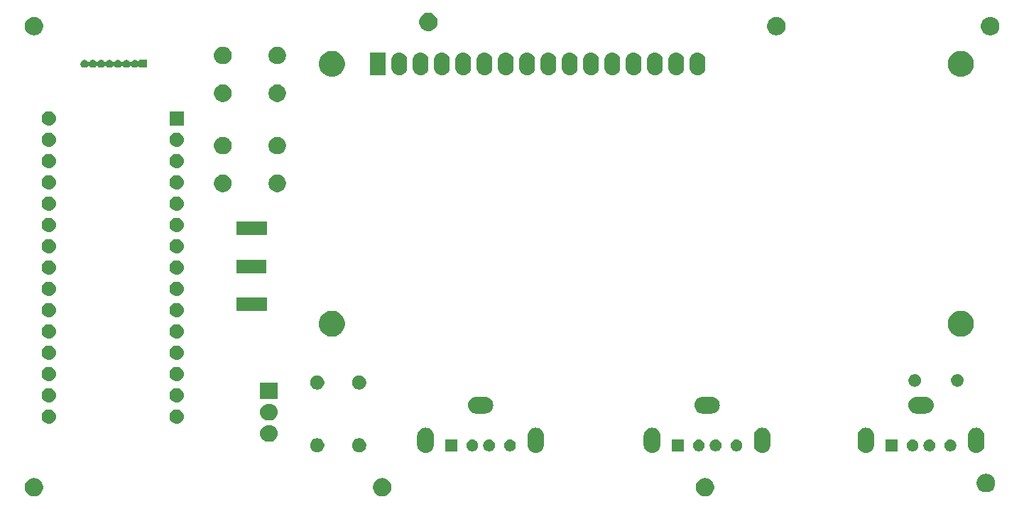
<source format=gbr>
G04 #@! TF.GenerationSoftware,KiCad,Pcbnew,5.1.2-f72e74a~80~ubuntu16.04.1*
G04 #@! TF.CreationDate,2019-04-27T11:28:23+02:00*
G04 #@! TF.ProjectId,bombasaPlaca,626f6d62-6173-4615-906c-6163612e6b69,rev?*
G04 #@! TF.SameCoordinates,Original*
G04 #@! TF.FileFunction,Soldermask,Top*
G04 #@! TF.FilePolarity,Negative*
%FSLAX46Y46*%
G04 Gerber Fmt 4.6, Leading zero omitted, Abs format (unit mm)*
G04 Created by KiCad (PCBNEW 5.1.2-f72e74a~80~ubuntu16.04.1) date 2019-04-27 11:28:23*
%MOMM*%
%LPD*%
G04 APERTURE LIST*
%ADD10C,0.100000*%
G04 APERTURE END LIST*
D10*
G36*
X242714794Y-119920155D02*
G01*
X242821150Y-119941311D01*
X242910883Y-119978480D01*
X243021520Y-120024307D01*
X243201844Y-120144795D01*
X243355205Y-120298156D01*
X243475693Y-120478480D01*
X243558689Y-120678851D01*
X243601000Y-120891560D01*
X243601000Y-121108440D01*
X243558689Y-121321149D01*
X243475693Y-121521520D01*
X243355205Y-121701844D01*
X243201844Y-121855205D01*
X243021520Y-121975693D01*
X242921334Y-122017191D01*
X242821150Y-122058689D01*
X242714795Y-122079844D01*
X242608440Y-122101000D01*
X242391560Y-122101000D01*
X242285205Y-122079844D01*
X242178850Y-122058689D01*
X242078666Y-122017191D01*
X241978480Y-121975693D01*
X241798156Y-121855205D01*
X241644795Y-121701844D01*
X241524307Y-121521520D01*
X241441311Y-121321149D01*
X241399000Y-121108440D01*
X241399000Y-120891560D01*
X241441311Y-120678851D01*
X241524307Y-120478480D01*
X241644795Y-120298156D01*
X241798156Y-120144795D01*
X241978480Y-120024307D01*
X242089117Y-119978480D01*
X242178850Y-119941311D01*
X242285206Y-119920155D01*
X242391560Y-119899000D01*
X242608440Y-119899000D01*
X242714794Y-119920155D01*
X242714794Y-119920155D01*
G37*
G36*
X204214794Y-119920155D02*
G01*
X204321150Y-119941311D01*
X204410883Y-119978480D01*
X204521520Y-120024307D01*
X204701844Y-120144795D01*
X204855205Y-120298156D01*
X204975693Y-120478480D01*
X205058689Y-120678851D01*
X205101000Y-120891560D01*
X205101000Y-121108440D01*
X205058689Y-121321149D01*
X204975693Y-121521520D01*
X204855205Y-121701844D01*
X204701844Y-121855205D01*
X204521520Y-121975693D01*
X204421334Y-122017191D01*
X204321150Y-122058689D01*
X204214795Y-122079844D01*
X204108440Y-122101000D01*
X203891560Y-122101000D01*
X203785205Y-122079844D01*
X203678850Y-122058689D01*
X203578666Y-122017191D01*
X203478480Y-121975693D01*
X203298156Y-121855205D01*
X203144795Y-121701844D01*
X203024307Y-121521520D01*
X202941311Y-121321149D01*
X202899000Y-121108440D01*
X202899000Y-120891560D01*
X202941311Y-120678851D01*
X203024307Y-120478480D01*
X203144795Y-120298156D01*
X203298156Y-120144795D01*
X203478480Y-120024307D01*
X203589117Y-119978480D01*
X203678850Y-119941311D01*
X203785206Y-119920155D01*
X203891560Y-119899000D01*
X204108440Y-119899000D01*
X204214794Y-119920155D01*
X204214794Y-119920155D01*
G37*
G36*
X162714794Y-119920155D02*
G01*
X162821150Y-119941311D01*
X162910883Y-119978480D01*
X163021520Y-120024307D01*
X163201844Y-120144795D01*
X163355205Y-120298156D01*
X163475693Y-120478480D01*
X163558689Y-120678851D01*
X163601000Y-120891560D01*
X163601000Y-121108440D01*
X163558689Y-121321149D01*
X163475693Y-121521520D01*
X163355205Y-121701844D01*
X163201844Y-121855205D01*
X163021520Y-121975693D01*
X162921334Y-122017191D01*
X162821150Y-122058689D01*
X162714795Y-122079844D01*
X162608440Y-122101000D01*
X162391560Y-122101000D01*
X162285205Y-122079844D01*
X162178850Y-122058689D01*
X162078666Y-122017191D01*
X161978480Y-121975693D01*
X161798156Y-121855205D01*
X161644795Y-121701844D01*
X161524307Y-121521520D01*
X161441311Y-121321149D01*
X161399000Y-121108440D01*
X161399000Y-120891560D01*
X161441311Y-120678851D01*
X161524307Y-120478480D01*
X161644795Y-120298156D01*
X161798156Y-120144795D01*
X161978480Y-120024307D01*
X162089117Y-119978480D01*
X162178850Y-119941311D01*
X162285206Y-119920155D01*
X162391560Y-119899000D01*
X162608440Y-119899000D01*
X162714794Y-119920155D01*
X162714794Y-119920155D01*
G37*
G36*
X276214795Y-119420156D02*
G01*
X276321150Y-119441311D01*
X276421334Y-119482809D01*
X276521520Y-119524307D01*
X276701844Y-119644795D01*
X276855205Y-119798156D01*
X276975693Y-119978480D01*
X277058689Y-120178851D01*
X277101000Y-120391560D01*
X277101000Y-120608440D01*
X277058689Y-120821149D01*
X276975693Y-121021520D01*
X276855205Y-121201844D01*
X276701844Y-121355205D01*
X276521520Y-121475693D01*
X276321150Y-121558689D01*
X276214794Y-121579845D01*
X276108440Y-121601000D01*
X275891560Y-121601000D01*
X275785206Y-121579845D01*
X275678850Y-121558689D01*
X275478480Y-121475693D01*
X275298156Y-121355205D01*
X275144795Y-121201844D01*
X275024307Y-121021520D01*
X274941311Y-120821149D01*
X274899000Y-120608440D01*
X274899000Y-120391560D01*
X274941311Y-120178851D01*
X275024307Y-119978480D01*
X275144795Y-119798156D01*
X275298156Y-119644795D01*
X275478480Y-119524307D01*
X275578666Y-119482809D01*
X275678850Y-119441311D01*
X275785205Y-119420156D01*
X275891560Y-119399000D01*
X276108440Y-119399000D01*
X276214795Y-119420156D01*
X276214795Y-119420156D01*
G37*
G36*
X261876228Y-113913483D02*
G01*
X262064922Y-113970723D01*
X262238815Y-114063671D01*
X262391239Y-114188761D01*
X262516329Y-114341185D01*
X262609277Y-114515078D01*
X262666517Y-114703772D01*
X262681000Y-114850825D01*
X262681000Y-115949175D01*
X262666517Y-116096228D01*
X262609277Y-116284922D01*
X262516329Y-116458815D01*
X262391239Y-116611239D01*
X262238815Y-116736329D01*
X262064921Y-116829277D01*
X261876227Y-116886517D01*
X261680000Y-116905843D01*
X261483772Y-116886517D01*
X261295078Y-116829277D01*
X261121185Y-116736329D01*
X260968761Y-116611239D01*
X260843671Y-116458815D01*
X260750723Y-116284921D01*
X260693483Y-116096227D01*
X260679000Y-115949174D01*
X260679000Y-114850825D01*
X260693483Y-114703769D01*
X260750722Y-114515081D01*
X260843672Y-114341185D01*
X260968762Y-114188761D01*
X261121186Y-114063671D01*
X261295079Y-113970723D01*
X261483773Y-113913483D01*
X261680000Y-113894157D01*
X261876228Y-113913483D01*
X261876228Y-113913483D01*
G37*
G36*
X209376228Y-113913483D02*
G01*
X209564922Y-113970723D01*
X209738815Y-114063671D01*
X209891239Y-114188761D01*
X210016329Y-114341185D01*
X210109277Y-114515078D01*
X210166517Y-114703772D01*
X210181000Y-114850825D01*
X210181000Y-115949175D01*
X210166517Y-116096228D01*
X210109277Y-116284922D01*
X210016329Y-116458815D01*
X209891239Y-116611239D01*
X209738815Y-116736329D01*
X209564921Y-116829277D01*
X209376227Y-116886517D01*
X209180000Y-116905843D01*
X208983772Y-116886517D01*
X208795078Y-116829277D01*
X208621185Y-116736329D01*
X208468761Y-116611239D01*
X208343671Y-116458815D01*
X208250723Y-116284921D01*
X208193483Y-116096227D01*
X208179000Y-115949174D01*
X208179000Y-114850825D01*
X208193483Y-114703769D01*
X208250722Y-114515081D01*
X208343672Y-114341185D01*
X208468762Y-114188761D01*
X208621186Y-114063671D01*
X208795079Y-113970723D01*
X208983773Y-113913483D01*
X209180000Y-113894157D01*
X209376228Y-113913483D01*
X209376228Y-113913483D01*
G37*
G36*
X249516227Y-113913483D02*
G01*
X249704921Y-113970723D01*
X249878815Y-114063671D01*
X250031239Y-114188761D01*
X250156329Y-114341185D01*
X250249277Y-114515078D01*
X250306517Y-114703772D01*
X250321000Y-114850825D01*
X250321000Y-115949175D01*
X250306517Y-116096228D01*
X250249277Y-116284922D01*
X250156329Y-116458815D01*
X250031239Y-116611239D01*
X249878815Y-116736329D01*
X249704922Y-116829277D01*
X249516228Y-116886517D01*
X249320000Y-116905843D01*
X249123773Y-116886517D01*
X248935079Y-116829277D01*
X248761186Y-116736329D01*
X248608762Y-116611239D01*
X248483672Y-116458815D01*
X248390722Y-116284919D01*
X248333483Y-116096231D01*
X248319000Y-115949175D01*
X248319000Y-114850826D01*
X248333483Y-114703773D01*
X248390723Y-114515079D01*
X248483671Y-114341185D01*
X248608761Y-114188761D01*
X248761185Y-114063671D01*
X248935078Y-113970723D01*
X249123772Y-113913483D01*
X249320000Y-113894157D01*
X249516227Y-113913483D01*
X249516227Y-113913483D01*
G37*
G36*
X275016227Y-113913483D02*
G01*
X275204921Y-113970723D01*
X275378815Y-114063671D01*
X275531239Y-114188761D01*
X275656329Y-114341185D01*
X275749277Y-114515078D01*
X275806517Y-114703772D01*
X275821000Y-114850825D01*
X275821000Y-115949175D01*
X275806517Y-116096228D01*
X275749277Y-116284922D01*
X275656329Y-116458815D01*
X275531239Y-116611239D01*
X275378815Y-116736329D01*
X275204922Y-116829277D01*
X275016228Y-116886517D01*
X274820000Y-116905843D01*
X274623773Y-116886517D01*
X274435079Y-116829277D01*
X274261186Y-116736329D01*
X274108762Y-116611239D01*
X273983672Y-116458815D01*
X273890722Y-116284919D01*
X273833483Y-116096231D01*
X273819000Y-115949175D01*
X273819000Y-114850826D01*
X273833483Y-114703773D01*
X273890723Y-114515079D01*
X273983671Y-114341185D01*
X274108761Y-114188761D01*
X274261185Y-114063671D01*
X274435078Y-113970723D01*
X274623772Y-113913483D01*
X274820000Y-113894157D01*
X275016227Y-113913483D01*
X275016227Y-113913483D01*
G37*
G36*
X222516227Y-113913483D02*
G01*
X222704921Y-113970723D01*
X222878815Y-114063671D01*
X223031239Y-114188761D01*
X223156329Y-114341185D01*
X223249277Y-114515078D01*
X223306517Y-114703772D01*
X223321000Y-114850825D01*
X223321000Y-115949175D01*
X223306517Y-116096228D01*
X223249277Y-116284922D01*
X223156329Y-116458815D01*
X223031239Y-116611239D01*
X222878815Y-116736329D01*
X222704922Y-116829277D01*
X222516228Y-116886517D01*
X222320000Y-116905843D01*
X222123773Y-116886517D01*
X221935079Y-116829277D01*
X221761186Y-116736329D01*
X221608762Y-116611239D01*
X221483672Y-116458815D01*
X221390722Y-116284919D01*
X221333483Y-116096231D01*
X221319000Y-115949175D01*
X221319000Y-114850826D01*
X221333483Y-114703773D01*
X221390723Y-114515079D01*
X221483671Y-114341185D01*
X221608761Y-114188761D01*
X221761185Y-114063671D01*
X221935078Y-113970723D01*
X222123772Y-113913483D01*
X222320000Y-113894157D01*
X222516227Y-113913483D01*
X222516227Y-113913483D01*
G37*
G36*
X236376228Y-113913483D02*
G01*
X236564922Y-113970723D01*
X236738815Y-114063671D01*
X236891239Y-114188761D01*
X237016329Y-114341185D01*
X237109277Y-114515078D01*
X237166517Y-114703772D01*
X237181000Y-114850825D01*
X237181000Y-115949175D01*
X237166517Y-116096228D01*
X237109277Y-116284922D01*
X237016329Y-116458815D01*
X236891239Y-116611239D01*
X236738815Y-116736329D01*
X236564921Y-116829277D01*
X236376227Y-116886517D01*
X236180000Y-116905843D01*
X235983772Y-116886517D01*
X235795078Y-116829277D01*
X235621185Y-116736329D01*
X235468761Y-116611239D01*
X235343671Y-116458815D01*
X235250723Y-116284921D01*
X235193483Y-116096227D01*
X235179000Y-115949174D01*
X235179000Y-114850825D01*
X235193483Y-114703769D01*
X235250722Y-114515081D01*
X235343672Y-114341185D01*
X235468762Y-114188761D01*
X235621186Y-114063671D01*
X235795079Y-113970723D01*
X235983773Y-113913483D01*
X236180000Y-113894157D01*
X236376228Y-113913483D01*
X236376228Y-113913483D01*
G37*
G36*
X196498228Y-115181703D02*
G01*
X196653100Y-115245853D01*
X196792481Y-115338985D01*
X196911015Y-115457519D01*
X197004147Y-115596900D01*
X197068297Y-115751772D01*
X197101000Y-115916184D01*
X197101000Y-116083816D01*
X197068297Y-116248228D01*
X197004147Y-116403100D01*
X196911015Y-116542481D01*
X196792481Y-116661015D01*
X196653100Y-116754147D01*
X196498228Y-116818297D01*
X196333816Y-116851000D01*
X196166184Y-116851000D01*
X196001772Y-116818297D01*
X195846900Y-116754147D01*
X195707519Y-116661015D01*
X195588985Y-116542481D01*
X195495853Y-116403100D01*
X195431703Y-116248228D01*
X195399000Y-116083816D01*
X195399000Y-115916184D01*
X195431703Y-115751772D01*
X195495853Y-115596900D01*
X195588985Y-115457519D01*
X195707519Y-115338985D01*
X195846900Y-115245853D01*
X196001772Y-115181703D01*
X196166184Y-115149000D01*
X196333816Y-115149000D01*
X196498228Y-115181703D01*
X196498228Y-115181703D01*
G37*
G36*
X201498228Y-115181703D02*
G01*
X201653100Y-115245853D01*
X201792481Y-115338985D01*
X201911015Y-115457519D01*
X202004147Y-115596900D01*
X202068297Y-115751772D01*
X202101000Y-115916184D01*
X202101000Y-116083816D01*
X202068297Y-116248228D01*
X202004147Y-116403100D01*
X201911015Y-116542481D01*
X201792481Y-116661015D01*
X201653100Y-116754147D01*
X201498228Y-116818297D01*
X201333816Y-116851000D01*
X201166184Y-116851000D01*
X201001772Y-116818297D01*
X200846900Y-116754147D01*
X200707519Y-116661015D01*
X200588985Y-116542481D01*
X200495853Y-116403100D01*
X200431703Y-116248228D01*
X200399000Y-116083816D01*
X200399000Y-115916184D01*
X200431703Y-115751772D01*
X200495853Y-115596900D01*
X200588985Y-115457519D01*
X200707519Y-115338985D01*
X200846900Y-115245853D01*
X201001772Y-115181703D01*
X201166184Y-115149000D01*
X201333816Y-115149000D01*
X201498228Y-115181703D01*
X201498228Y-115181703D01*
G37*
G36*
X267454473Y-115325938D02*
G01*
X267582049Y-115378782D01*
X267696859Y-115455495D01*
X267794505Y-115553141D01*
X267871218Y-115667951D01*
X267924062Y-115795527D01*
X267951000Y-115930956D01*
X267951000Y-116069044D01*
X267924062Y-116204473D01*
X267871218Y-116332049D01*
X267794505Y-116446859D01*
X267696859Y-116544505D01*
X267582049Y-116621218D01*
X267454473Y-116674062D01*
X267319044Y-116701000D01*
X267180956Y-116701000D01*
X267045527Y-116674062D01*
X266917951Y-116621218D01*
X266803141Y-116544505D01*
X266705495Y-116446859D01*
X266628782Y-116332049D01*
X266575938Y-116204473D01*
X266549000Y-116069044D01*
X266549000Y-115930956D01*
X266575938Y-115795527D01*
X266628782Y-115667951D01*
X266705495Y-115553141D01*
X266803141Y-115455495D01*
X266917951Y-115378782D01*
X267045527Y-115325938D01*
X267180956Y-115299000D01*
X267319044Y-115299000D01*
X267454473Y-115325938D01*
X267454473Y-115325938D01*
G37*
G36*
X241954473Y-115325938D02*
G01*
X242082049Y-115378782D01*
X242196859Y-115455495D01*
X242294505Y-115553141D01*
X242371218Y-115667951D01*
X242424062Y-115795527D01*
X242451000Y-115930956D01*
X242451000Y-116069044D01*
X242424062Y-116204473D01*
X242371218Y-116332049D01*
X242294505Y-116446859D01*
X242196859Y-116544505D01*
X242082049Y-116621218D01*
X241954473Y-116674062D01*
X241819044Y-116701000D01*
X241680956Y-116701000D01*
X241545527Y-116674062D01*
X241417951Y-116621218D01*
X241303141Y-116544505D01*
X241205495Y-116446859D01*
X241128782Y-116332049D01*
X241075938Y-116204473D01*
X241049000Y-116069044D01*
X241049000Y-115930956D01*
X241075938Y-115795527D01*
X241128782Y-115667951D01*
X241205495Y-115553141D01*
X241303141Y-115455495D01*
X241417951Y-115378782D01*
X241545527Y-115325938D01*
X241680956Y-115299000D01*
X241819044Y-115299000D01*
X241954473Y-115325938D01*
X241954473Y-115325938D01*
G37*
G36*
X246454473Y-115325938D02*
G01*
X246582049Y-115378782D01*
X246696859Y-115455495D01*
X246794505Y-115553141D01*
X246871218Y-115667951D01*
X246924062Y-115795527D01*
X246951000Y-115930956D01*
X246951000Y-116069044D01*
X246924062Y-116204473D01*
X246871218Y-116332049D01*
X246794505Y-116446859D01*
X246696859Y-116544505D01*
X246582049Y-116621218D01*
X246454473Y-116674062D01*
X246319044Y-116701000D01*
X246180956Y-116701000D01*
X246045527Y-116674062D01*
X245917951Y-116621218D01*
X245803141Y-116544505D01*
X245705495Y-116446859D01*
X245628782Y-116332049D01*
X245575938Y-116204473D01*
X245549000Y-116069044D01*
X245549000Y-115930956D01*
X245575938Y-115795527D01*
X245628782Y-115667951D01*
X245705495Y-115553141D01*
X245803141Y-115455495D01*
X245917951Y-115378782D01*
X246045527Y-115325938D01*
X246180956Y-115299000D01*
X246319044Y-115299000D01*
X246454473Y-115325938D01*
X246454473Y-115325938D01*
G37*
G36*
X219454473Y-115325938D02*
G01*
X219582049Y-115378782D01*
X219696859Y-115455495D01*
X219794505Y-115553141D01*
X219871218Y-115667951D01*
X219924062Y-115795527D01*
X219951000Y-115930956D01*
X219951000Y-116069044D01*
X219924062Y-116204473D01*
X219871218Y-116332049D01*
X219794505Y-116446859D01*
X219696859Y-116544505D01*
X219582049Y-116621218D01*
X219454473Y-116674062D01*
X219319044Y-116701000D01*
X219180956Y-116701000D01*
X219045527Y-116674062D01*
X218917951Y-116621218D01*
X218803141Y-116544505D01*
X218705495Y-116446859D01*
X218628782Y-116332049D01*
X218575938Y-116204473D01*
X218549000Y-116069044D01*
X218549000Y-115930956D01*
X218575938Y-115795527D01*
X218628782Y-115667951D01*
X218705495Y-115553141D01*
X218803141Y-115455495D01*
X218917951Y-115378782D01*
X219045527Y-115325938D01*
X219180956Y-115299000D01*
X219319044Y-115299000D01*
X219454473Y-115325938D01*
X219454473Y-115325938D01*
G37*
G36*
X216954473Y-115325938D02*
G01*
X217082049Y-115378782D01*
X217196859Y-115455495D01*
X217294505Y-115553141D01*
X217371218Y-115667951D01*
X217424062Y-115795527D01*
X217451000Y-115930956D01*
X217451000Y-116069044D01*
X217424062Y-116204473D01*
X217371218Y-116332049D01*
X217294505Y-116446859D01*
X217196859Y-116544505D01*
X217082049Y-116621218D01*
X216954473Y-116674062D01*
X216819044Y-116701000D01*
X216680956Y-116701000D01*
X216545527Y-116674062D01*
X216417951Y-116621218D01*
X216303141Y-116544505D01*
X216205495Y-116446859D01*
X216128782Y-116332049D01*
X216075938Y-116204473D01*
X216049000Y-116069044D01*
X216049000Y-115930956D01*
X216075938Y-115795527D01*
X216128782Y-115667951D01*
X216205495Y-115553141D01*
X216303141Y-115455495D01*
X216417951Y-115378782D01*
X216545527Y-115325938D01*
X216680956Y-115299000D01*
X216819044Y-115299000D01*
X216954473Y-115325938D01*
X216954473Y-115325938D01*
G37*
G36*
X214954473Y-115325938D02*
G01*
X215082049Y-115378782D01*
X215196859Y-115455495D01*
X215294505Y-115553141D01*
X215371218Y-115667951D01*
X215424062Y-115795527D01*
X215451000Y-115930956D01*
X215451000Y-116069044D01*
X215424062Y-116204473D01*
X215371218Y-116332049D01*
X215294505Y-116446859D01*
X215196859Y-116544505D01*
X215082049Y-116621218D01*
X214954473Y-116674062D01*
X214819044Y-116701000D01*
X214680956Y-116701000D01*
X214545527Y-116674062D01*
X214417951Y-116621218D01*
X214303141Y-116544505D01*
X214205495Y-116446859D01*
X214128782Y-116332049D01*
X214075938Y-116204473D01*
X214049000Y-116069044D01*
X214049000Y-115930956D01*
X214075938Y-115795527D01*
X214128782Y-115667951D01*
X214205495Y-115553141D01*
X214303141Y-115455495D01*
X214417951Y-115378782D01*
X214545527Y-115325938D01*
X214680956Y-115299000D01*
X214819044Y-115299000D01*
X214954473Y-115325938D01*
X214954473Y-115325938D01*
G37*
G36*
X212951000Y-116701000D02*
G01*
X211549000Y-116701000D01*
X211549000Y-115299000D01*
X212951000Y-115299000D01*
X212951000Y-116701000D01*
X212951000Y-116701000D01*
G37*
G36*
X265451000Y-116701000D02*
G01*
X264049000Y-116701000D01*
X264049000Y-115299000D01*
X265451000Y-115299000D01*
X265451000Y-116701000D01*
X265451000Y-116701000D01*
G37*
G36*
X269454473Y-115325938D02*
G01*
X269582049Y-115378782D01*
X269696859Y-115455495D01*
X269794505Y-115553141D01*
X269871218Y-115667951D01*
X269924062Y-115795527D01*
X269951000Y-115930956D01*
X269951000Y-116069044D01*
X269924062Y-116204473D01*
X269871218Y-116332049D01*
X269794505Y-116446859D01*
X269696859Y-116544505D01*
X269582049Y-116621218D01*
X269454473Y-116674062D01*
X269319044Y-116701000D01*
X269180956Y-116701000D01*
X269045527Y-116674062D01*
X268917951Y-116621218D01*
X268803141Y-116544505D01*
X268705495Y-116446859D01*
X268628782Y-116332049D01*
X268575938Y-116204473D01*
X268549000Y-116069044D01*
X268549000Y-115930956D01*
X268575938Y-115795527D01*
X268628782Y-115667951D01*
X268705495Y-115553141D01*
X268803141Y-115455495D01*
X268917951Y-115378782D01*
X269045527Y-115325938D01*
X269180956Y-115299000D01*
X269319044Y-115299000D01*
X269454473Y-115325938D01*
X269454473Y-115325938D01*
G37*
G36*
X271954473Y-115325938D02*
G01*
X272082049Y-115378782D01*
X272196859Y-115455495D01*
X272294505Y-115553141D01*
X272371218Y-115667951D01*
X272424062Y-115795527D01*
X272451000Y-115930956D01*
X272451000Y-116069044D01*
X272424062Y-116204473D01*
X272371218Y-116332049D01*
X272294505Y-116446859D01*
X272196859Y-116544505D01*
X272082049Y-116621218D01*
X271954473Y-116674062D01*
X271819044Y-116701000D01*
X271680956Y-116701000D01*
X271545527Y-116674062D01*
X271417951Y-116621218D01*
X271303141Y-116544505D01*
X271205495Y-116446859D01*
X271128782Y-116332049D01*
X271075938Y-116204473D01*
X271049000Y-116069044D01*
X271049000Y-115930956D01*
X271075938Y-115795527D01*
X271128782Y-115667951D01*
X271205495Y-115553141D01*
X271303141Y-115455495D01*
X271417951Y-115378782D01*
X271545527Y-115325938D01*
X271680956Y-115299000D01*
X271819044Y-115299000D01*
X271954473Y-115325938D01*
X271954473Y-115325938D01*
G37*
G36*
X239951000Y-116701000D02*
G01*
X238549000Y-116701000D01*
X238549000Y-115299000D01*
X239951000Y-115299000D01*
X239951000Y-116701000D01*
X239951000Y-116701000D01*
G37*
G36*
X243954473Y-115325938D02*
G01*
X244082049Y-115378782D01*
X244196859Y-115455495D01*
X244294505Y-115553141D01*
X244371218Y-115667951D01*
X244424062Y-115795527D01*
X244451000Y-115930956D01*
X244451000Y-116069044D01*
X244424062Y-116204473D01*
X244371218Y-116332049D01*
X244294505Y-116446859D01*
X244196859Y-116544505D01*
X244082049Y-116621218D01*
X243954473Y-116674062D01*
X243819044Y-116701000D01*
X243680956Y-116701000D01*
X243545527Y-116674062D01*
X243417951Y-116621218D01*
X243303141Y-116544505D01*
X243205495Y-116446859D01*
X243128782Y-116332049D01*
X243075938Y-116204473D01*
X243049000Y-116069044D01*
X243049000Y-115930956D01*
X243075938Y-115795527D01*
X243128782Y-115667951D01*
X243205495Y-115553141D01*
X243303141Y-115455495D01*
X243417951Y-115378782D01*
X243545527Y-115325938D01*
X243680956Y-115299000D01*
X243819044Y-115299000D01*
X243954473Y-115325938D01*
X243954473Y-115325938D01*
G37*
G36*
X190645936Y-113581340D02*
G01*
X190744220Y-113591020D01*
X190933381Y-113648401D01*
X191107712Y-113741583D01*
X191260515Y-113866985D01*
X191385917Y-114019788D01*
X191479099Y-114194119D01*
X191536480Y-114383280D01*
X191555855Y-114580000D01*
X191536480Y-114776720D01*
X191479099Y-114965881D01*
X191385917Y-115140212D01*
X191260515Y-115293015D01*
X191107712Y-115418417D01*
X190933381Y-115511599D01*
X190744220Y-115568980D01*
X190645936Y-115578660D01*
X190596795Y-115583500D01*
X190403205Y-115583500D01*
X190354064Y-115578660D01*
X190255780Y-115568980D01*
X190066619Y-115511599D01*
X189892288Y-115418417D01*
X189739485Y-115293015D01*
X189614083Y-115140212D01*
X189520901Y-114965881D01*
X189463520Y-114776720D01*
X189444145Y-114580000D01*
X189463520Y-114383280D01*
X189520901Y-114194119D01*
X189614083Y-114019788D01*
X189739485Y-113866985D01*
X189892288Y-113741583D01*
X190066619Y-113648401D01*
X190255780Y-113591020D01*
X190354064Y-113581340D01*
X190403205Y-113576500D01*
X190596795Y-113576500D01*
X190645936Y-113581340D01*
X190645936Y-113581340D01*
G37*
G36*
X179666823Y-111721313D02*
G01*
X179827242Y-111769976D01*
X179959906Y-111840886D01*
X179975078Y-111848996D01*
X180104659Y-111955341D01*
X180211004Y-112084922D01*
X180211005Y-112084924D01*
X180290024Y-112232758D01*
X180338687Y-112393177D01*
X180355117Y-112560000D01*
X180338687Y-112726823D01*
X180290024Y-112887242D01*
X180244935Y-112971598D01*
X180211004Y-113035078D01*
X180104659Y-113164659D01*
X179975078Y-113271004D01*
X179975076Y-113271005D01*
X179827242Y-113350024D01*
X179666823Y-113398687D01*
X179541804Y-113411000D01*
X179458196Y-113411000D01*
X179333177Y-113398687D01*
X179172758Y-113350024D01*
X179024924Y-113271005D01*
X179024922Y-113271004D01*
X178895341Y-113164659D01*
X178788996Y-113035078D01*
X178755065Y-112971598D01*
X178709976Y-112887242D01*
X178661313Y-112726823D01*
X178644883Y-112560000D01*
X178661313Y-112393177D01*
X178709976Y-112232758D01*
X178788995Y-112084924D01*
X178788996Y-112084922D01*
X178895341Y-111955341D01*
X179024922Y-111848996D01*
X179040094Y-111840886D01*
X179172758Y-111769976D01*
X179333177Y-111721313D01*
X179458196Y-111709000D01*
X179541804Y-111709000D01*
X179666823Y-111721313D01*
X179666823Y-111721313D01*
G37*
G36*
X164426823Y-111721313D02*
G01*
X164587242Y-111769976D01*
X164719906Y-111840886D01*
X164735078Y-111848996D01*
X164864659Y-111955341D01*
X164971004Y-112084922D01*
X164971005Y-112084924D01*
X165050024Y-112232758D01*
X165098687Y-112393177D01*
X165115117Y-112560000D01*
X165098687Y-112726823D01*
X165050024Y-112887242D01*
X165004935Y-112971598D01*
X164971004Y-113035078D01*
X164864659Y-113164659D01*
X164735078Y-113271004D01*
X164735076Y-113271005D01*
X164587242Y-113350024D01*
X164426823Y-113398687D01*
X164301804Y-113411000D01*
X164218196Y-113411000D01*
X164093177Y-113398687D01*
X163932758Y-113350024D01*
X163784924Y-113271005D01*
X163784922Y-113271004D01*
X163655341Y-113164659D01*
X163548996Y-113035078D01*
X163515065Y-112971598D01*
X163469976Y-112887242D01*
X163421313Y-112726823D01*
X163404883Y-112560000D01*
X163421313Y-112393177D01*
X163469976Y-112232758D01*
X163548995Y-112084924D01*
X163548996Y-112084922D01*
X163655341Y-111955341D01*
X163784922Y-111848996D01*
X163800094Y-111840886D01*
X163932758Y-111769976D01*
X164093177Y-111721313D01*
X164218196Y-111709000D01*
X164301804Y-111709000D01*
X164426823Y-111721313D01*
X164426823Y-111721313D01*
G37*
G36*
X190645936Y-111041340D02*
G01*
X190744220Y-111051020D01*
X190933381Y-111108401D01*
X191107712Y-111201583D01*
X191260515Y-111326985D01*
X191385917Y-111479788D01*
X191479099Y-111654119D01*
X191536480Y-111843280D01*
X191555855Y-112040000D01*
X191536480Y-112236720D01*
X191479099Y-112425881D01*
X191385917Y-112600212D01*
X191260515Y-112753015D01*
X191107712Y-112878417D01*
X190933381Y-112971599D01*
X190744220Y-113028980D01*
X190645936Y-113038660D01*
X190596795Y-113043500D01*
X190403205Y-113043500D01*
X190354064Y-113038660D01*
X190255780Y-113028980D01*
X190066619Y-112971599D01*
X189892288Y-112878417D01*
X189739485Y-112753015D01*
X189614083Y-112600212D01*
X189520901Y-112425881D01*
X189463520Y-112236720D01*
X189444145Y-112040000D01*
X189463520Y-111843280D01*
X189520901Y-111654119D01*
X189614083Y-111479788D01*
X189739485Y-111326985D01*
X189892288Y-111201583D01*
X190066619Y-111108401D01*
X190255780Y-111051020D01*
X190354064Y-111041340D01*
X190403205Y-111036500D01*
X190596795Y-111036500D01*
X190645936Y-111041340D01*
X190645936Y-111041340D01*
G37*
G36*
X268946228Y-110233483D02*
G01*
X269134922Y-110290723D01*
X269308815Y-110383671D01*
X269461239Y-110508761D01*
X269586329Y-110661185D01*
X269679277Y-110835078D01*
X269736517Y-111023772D01*
X269755843Y-111220000D01*
X269736517Y-111416228D01*
X269679277Y-111604922D01*
X269586329Y-111778815D01*
X269461239Y-111931239D01*
X269308815Y-112056329D01*
X269134922Y-112149277D01*
X268946228Y-112206517D01*
X268799175Y-112221000D01*
X267700825Y-112221000D01*
X267553772Y-112206517D01*
X267365078Y-112149277D01*
X267191185Y-112056329D01*
X267038761Y-111931239D01*
X266913671Y-111778815D01*
X266820723Y-111604922D01*
X266763483Y-111416228D01*
X266744157Y-111220000D01*
X266763483Y-111023772D01*
X266820723Y-110835078D01*
X266913671Y-110661185D01*
X267038761Y-110508761D01*
X267191185Y-110383671D01*
X267365078Y-110290723D01*
X267553772Y-110233483D01*
X267700825Y-110219000D01*
X268799175Y-110219000D01*
X268946228Y-110233483D01*
X268946228Y-110233483D01*
G37*
G36*
X243446228Y-110233483D02*
G01*
X243634922Y-110290723D01*
X243808815Y-110383671D01*
X243961239Y-110508761D01*
X244086329Y-110661185D01*
X244179277Y-110835078D01*
X244236517Y-111023772D01*
X244255843Y-111220000D01*
X244236517Y-111416228D01*
X244179277Y-111604922D01*
X244086329Y-111778815D01*
X243961239Y-111931239D01*
X243808815Y-112056329D01*
X243634922Y-112149277D01*
X243446228Y-112206517D01*
X243299175Y-112221000D01*
X242200825Y-112221000D01*
X242053772Y-112206517D01*
X241865078Y-112149277D01*
X241691185Y-112056329D01*
X241538761Y-111931239D01*
X241413671Y-111778815D01*
X241320723Y-111604922D01*
X241263483Y-111416228D01*
X241244157Y-111220000D01*
X241263483Y-111023772D01*
X241320723Y-110835078D01*
X241413671Y-110661185D01*
X241538761Y-110508761D01*
X241691185Y-110383671D01*
X241865078Y-110290723D01*
X242053772Y-110233483D01*
X242200825Y-110219000D01*
X243299175Y-110219000D01*
X243446228Y-110233483D01*
X243446228Y-110233483D01*
G37*
G36*
X216446228Y-110233483D02*
G01*
X216634922Y-110290723D01*
X216808815Y-110383671D01*
X216961239Y-110508761D01*
X217086329Y-110661185D01*
X217179277Y-110835078D01*
X217236517Y-111023772D01*
X217255843Y-111220000D01*
X217236517Y-111416228D01*
X217179277Y-111604922D01*
X217086329Y-111778815D01*
X216961239Y-111931239D01*
X216808815Y-112056329D01*
X216634922Y-112149277D01*
X216446228Y-112206517D01*
X216299175Y-112221000D01*
X215200825Y-112221000D01*
X215053772Y-112206517D01*
X214865078Y-112149277D01*
X214691185Y-112056329D01*
X214538761Y-111931239D01*
X214413671Y-111778815D01*
X214320723Y-111604922D01*
X214263483Y-111416228D01*
X214244157Y-111220000D01*
X214263483Y-111023772D01*
X214320723Y-110835078D01*
X214413671Y-110661185D01*
X214538761Y-110508761D01*
X214691185Y-110383671D01*
X214865078Y-110290723D01*
X215053772Y-110233483D01*
X215200825Y-110219000D01*
X216299175Y-110219000D01*
X216446228Y-110233483D01*
X216446228Y-110233483D01*
G37*
G36*
X179666823Y-109181313D02*
G01*
X179827242Y-109229976D01*
X179959906Y-109300886D01*
X179975078Y-109308996D01*
X180104659Y-109415341D01*
X180211004Y-109544922D01*
X180211005Y-109544924D01*
X180290024Y-109692758D01*
X180338687Y-109853177D01*
X180355117Y-110020000D01*
X180338687Y-110186823D01*
X180290024Y-110347242D01*
X180219114Y-110479906D01*
X180211004Y-110495078D01*
X180104659Y-110624659D01*
X179975078Y-110731004D01*
X179975076Y-110731005D01*
X179827242Y-110810024D01*
X179666823Y-110858687D01*
X179541804Y-110871000D01*
X179458196Y-110871000D01*
X179333177Y-110858687D01*
X179172758Y-110810024D01*
X179024924Y-110731005D01*
X179024922Y-110731004D01*
X178895341Y-110624659D01*
X178788996Y-110495078D01*
X178780886Y-110479906D01*
X178709976Y-110347242D01*
X178661313Y-110186823D01*
X178644883Y-110020000D01*
X178661313Y-109853177D01*
X178709976Y-109692758D01*
X178788995Y-109544924D01*
X178788996Y-109544922D01*
X178895341Y-109415341D01*
X179024922Y-109308996D01*
X179040094Y-109300886D01*
X179172758Y-109229976D01*
X179333177Y-109181313D01*
X179458196Y-109169000D01*
X179541804Y-109169000D01*
X179666823Y-109181313D01*
X179666823Y-109181313D01*
G37*
G36*
X164426823Y-109181313D02*
G01*
X164587242Y-109229976D01*
X164719906Y-109300886D01*
X164735078Y-109308996D01*
X164864659Y-109415341D01*
X164971004Y-109544922D01*
X164971005Y-109544924D01*
X165050024Y-109692758D01*
X165098687Y-109853177D01*
X165115117Y-110020000D01*
X165098687Y-110186823D01*
X165050024Y-110347242D01*
X164979114Y-110479906D01*
X164971004Y-110495078D01*
X164864659Y-110624659D01*
X164735078Y-110731004D01*
X164735076Y-110731005D01*
X164587242Y-110810024D01*
X164426823Y-110858687D01*
X164301804Y-110871000D01*
X164218196Y-110871000D01*
X164093177Y-110858687D01*
X163932758Y-110810024D01*
X163784924Y-110731005D01*
X163784922Y-110731004D01*
X163655341Y-110624659D01*
X163548996Y-110495078D01*
X163540886Y-110479906D01*
X163469976Y-110347242D01*
X163421313Y-110186823D01*
X163404883Y-110020000D01*
X163421313Y-109853177D01*
X163469976Y-109692758D01*
X163548995Y-109544924D01*
X163548996Y-109544922D01*
X163655341Y-109415341D01*
X163784922Y-109308996D01*
X163800094Y-109300886D01*
X163932758Y-109229976D01*
X164093177Y-109181313D01*
X164218196Y-109169000D01*
X164301804Y-109169000D01*
X164426823Y-109181313D01*
X164426823Y-109181313D01*
G37*
G36*
X191551000Y-110503500D02*
G01*
X189449000Y-110503500D01*
X189449000Y-108496500D01*
X191551000Y-108496500D01*
X191551000Y-110503500D01*
X191551000Y-110503500D01*
G37*
G36*
X201498228Y-107681703D02*
G01*
X201653100Y-107745853D01*
X201792481Y-107838985D01*
X201911015Y-107957519D01*
X202004147Y-108096900D01*
X202068297Y-108251772D01*
X202101000Y-108416184D01*
X202101000Y-108583816D01*
X202068297Y-108748228D01*
X202004147Y-108903100D01*
X201911015Y-109042481D01*
X201792481Y-109161015D01*
X201653100Y-109254147D01*
X201498228Y-109318297D01*
X201333816Y-109351000D01*
X201166184Y-109351000D01*
X201001772Y-109318297D01*
X200846900Y-109254147D01*
X200707519Y-109161015D01*
X200588985Y-109042481D01*
X200495853Y-108903100D01*
X200431703Y-108748228D01*
X200399000Y-108583816D01*
X200399000Y-108416184D01*
X200431703Y-108251772D01*
X200495853Y-108096900D01*
X200588985Y-107957519D01*
X200707519Y-107838985D01*
X200846900Y-107745853D01*
X201001772Y-107681703D01*
X201166184Y-107649000D01*
X201333816Y-107649000D01*
X201498228Y-107681703D01*
X201498228Y-107681703D01*
G37*
G36*
X196498228Y-107681703D02*
G01*
X196653100Y-107745853D01*
X196792481Y-107838985D01*
X196911015Y-107957519D01*
X197004147Y-108096900D01*
X197068297Y-108251772D01*
X197101000Y-108416184D01*
X197101000Y-108583816D01*
X197068297Y-108748228D01*
X197004147Y-108903100D01*
X196911015Y-109042481D01*
X196792481Y-109161015D01*
X196653100Y-109254147D01*
X196498228Y-109318297D01*
X196333816Y-109351000D01*
X196166184Y-109351000D01*
X196001772Y-109318297D01*
X195846900Y-109254147D01*
X195707519Y-109161015D01*
X195588985Y-109042481D01*
X195495853Y-108903100D01*
X195431703Y-108748228D01*
X195399000Y-108583816D01*
X195399000Y-108416184D01*
X195431703Y-108251772D01*
X195495853Y-108096900D01*
X195588985Y-107957519D01*
X195707519Y-107838985D01*
X195846900Y-107745853D01*
X196001772Y-107681703D01*
X196166184Y-107649000D01*
X196333816Y-107649000D01*
X196498228Y-107681703D01*
X196498228Y-107681703D01*
G37*
G36*
X267719059Y-107527860D02*
G01*
X267779294Y-107552810D01*
X267855732Y-107584472D01*
X267978735Y-107666660D01*
X268083340Y-107771265D01*
X268128589Y-107838985D01*
X268165529Y-107894270D01*
X268191728Y-107957519D01*
X268222140Y-108030941D01*
X268251000Y-108176033D01*
X268251000Y-108323967D01*
X268222140Y-108469059D01*
X268165528Y-108605732D01*
X268083340Y-108728735D01*
X267978735Y-108833340D01*
X267855732Y-108915528D01*
X267855731Y-108915529D01*
X267855730Y-108915529D01*
X267719059Y-108972140D01*
X267573968Y-109001000D01*
X267426032Y-109001000D01*
X267280941Y-108972140D01*
X267144270Y-108915529D01*
X267144269Y-108915529D01*
X267144268Y-108915528D01*
X267021265Y-108833340D01*
X266916660Y-108728735D01*
X266834472Y-108605732D01*
X266777860Y-108469059D01*
X266749000Y-108323967D01*
X266749000Y-108176033D01*
X266777860Y-108030941D01*
X266808272Y-107957519D01*
X266834471Y-107894270D01*
X266871411Y-107838985D01*
X266916660Y-107771265D01*
X267021265Y-107666660D01*
X267144268Y-107584472D01*
X267220707Y-107552810D01*
X267280941Y-107527860D01*
X267426032Y-107499000D01*
X267573968Y-107499000D01*
X267719059Y-107527860D01*
X267719059Y-107527860D01*
G37*
G36*
X272653665Y-107502622D02*
G01*
X272727222Y-107509867D01*
X272868786Y-107552810D01*
X272999252Y-107622546D01*
X273028834Y-107646823D01*
X273113607Y-107716393D01*
X273183008Y-107800960D01*
X273207454Y-107830748D01*
X273277190Y-107961214D01*
X273320133Y-108102778D01*
X273334633Y-108250000D01*
X273320133Y-108397222D01*
X273277190Y-108538786D01*
X273207454Y-108669252D01*
X273183008Y-108699040D01*
X273113607Y-108783607D01*
X273053004Y-108833341D01*
X272999252Y-108877454D01*
X272868786Y-108947190D01*
X272727222Y-108990133D01*
X272653665Y-108997378D01*
X272616888Y-109001000D01*
X272543112Y-109001000D01*
X272506335Y-108997378D01*
X272432778Y-108990133D01*
X272291214Y-108947190D01*
X272160748Y-108877454D01*
X272106996Y-108833341D01*
X272046393Y-108783607D01*
X271976992Y-108699040D01*
X271952546Y-108669252D01*
X271882810Y-108538786D01*
X271839867Y-108397222D01*
X271825367Y-108250000D01*
X271839867Y-108102778D01*
X271882810Y-107961214D01*
X271952546Y-107830748D01*
X271976992Y-107800960D01*
X272046393Y-107716393D01*
X272131166Y-107646823D01*
X272160748Y-107622546D01*
X272291214Y-107552810D01*
X272432778Y-107509867D01*
X272506335Y-107502622D01*
X272543112Y-107499000D01*
X272616888Y-107499000D01*
X272653665Y-107502622D01*
X272653665Y-107502622D01*
G37*
G36*
X179666823Y-106641313D02*
G01*
X179827242Y-106689976D01*
X179959906Y-106760886D01*
X179975078Y-106768996D01*
X180104659Y-106875341D01*
X180211004Y-107004922D01*
X180211005Y-107004924D01*
X180290024Y-107152758D01*
X180338687Y-107313177D01*
X180355117Y-107480000D01*
X180338687Y-107646823D01*
X180290024Y-107807242D01*
X180219114Y-107939906D01*
X180211004Y-107955078D01*
X180104659Y-108084659D01*
X179975078Y-108191004D01*
X179975076Y-108191005D01*
X179827242Y-108270024D01*
X179666823Y-108318687D01*
X179541804Y-108331000D01*
X179458196Y-108331000D01*
X179333177Y-108318687D01*
X179172758Y-108270024D01*
X179024924Y-108191005D01*
X179024922Y-108191004D01*
X178895341Y-108084659D01*
X178788996Y-107955078D01*
X178780886Y-107939906D01*
X178709976Y-107807242D01*
X178661313Y-107646823D01*
X178644883Y-107480000D01*
X178661313Y-107313177D01*
X178709976Y-107152758D01*
X178788995Y-107004924D01*
X178788996Y-107004922D01*
X178895341Y-106875341D01*
X179024922Y-106768996D01*
X179040094Y-106760886D01*
X179172758Y-106689976D01*
X179333177Y-106641313D01*
X179458196Y-106629000D01*
X179541804Y-106629000D01*
X179666823Y-106641313D01*
X179666823Y-106641313D01*
G37*
G36*
X164426823Y-106641313D02*
G01*
X164587242Y-106689976D01*
X164719906Y-106760886D01*
X164735078Y-106768996D01*
X164864659Y-106875341D01*
X164971004Y-107004922D01*
X164971005Y-107004924D01*
X165050024Y-107152758D01*
X165098687Y-107313177D01*
X165115117Y-107480000D01*
X165098687Y-107646823D01*
X165050024Y-107807242D01*
X164979114Y-107939906D01*
X164971004Y-107955078D01*
X164864659Y-108084659D01*
X164735078Y-108191004D01*
X164735076Y-108191005D01*
X164587242Y-108270024D01*
X164426823Y-108318687D01*
X164301804Y-108331000D01*
X164218196Y-108331000D01*
X164093177Y-108318687D01*
X163932758Y-108270024D01*
X163784924Y-108191005D01*
X163784922Y-108191004D01*
X163655341Y-108084659D01*
X163548996Y-107955078D01*
X163540886Y-107939906D01*
X163469976Y-107807242D01*
X163421313Y-107646823D01*
X163404883Y-107480000D01*
X163421313Y-107313177D01*
X163469976Y-107152758D01*
X163548995Y-107004924D01*
X163548996Y-107004922D01*
X163655341Y-106875341D01*
X163784922Y-106768996D01*
X163800094Y-106760886D01*
X163932758Y-106689976D01*
X164093177Y-106641313D01*
X164218196Y-106629000D01*
X164301804Y-106629000D01*
X164426823Y-106641313D01*
X164426823Y-106641313D01*
G37*
G36*
X179666823Y-104101313D02*
G01*
X179827242Y-104149976D01*
X179959906Y-104220886D01*
X179975078Y-104228996D01*
X180104659Y-104335341D01*
X180211004Y-104464922D01*
X180211005Y-104464924D01*
X180290024Y-104612758D01*
X180338687Y-104773177D01*
X180355117Y-104940000D01*
X180338687Y-105106823D01*
X180290024Y-105267242D01*
X180219114Y-105399906D01*
X180211004Y-105415078D01*
X180104659Y-105544659D01*
X179975078Y-105651004D01*
X179975076Y-105651005D01*
X179827242Y-105730024D01*
X179666823Y-105778687D01*
X179541804Y-105791000D01*
X179458196Y-105791000D01*
X179333177Y-105778687D01*
X179172758Y-105730024D01*
X179024924Y-105651005D01*
X179024922Y-105651004D01*
X178895341Y-105544659D01*
X178788996Y-105415078D01*
X178780886Y-105399906D01*
X178709976Y-105267242D01*
X178661313Y-105106823D01*
X178644883Y-104940000D01*
X178661313Y-104773177D01*
X178709976Y-104612758D01*
X178788995Y-104464924D01*
X178788996Y-104464922D01*
X178895341Y-104335341D01*
X179024922Y-104228996D01*
X179040094Y-104220886D01*
X179172758Y-104149976D01*
X179333177Y-104101313D01*
X179458196Y-104089000D01*
X179541804Y-104089000D01*
X179666823Y-104101313D01*
X179666823Y-104101313D01*
G37*
G36*
X164426823Y-104101313D02*
G01*
X164587242Y-104149976D01*
X164719906Y-104220886D01*
X164735078Y-104228996D01*
X164864659Y-104335341D01*
X164971004Y-104464922D01*
X164971005Y-104464924D01*
X165050024Y-104612758D01*
X165098687Y-104773177D01*
X165115117Y-104940000D01*
X165098687Y-105106823D01*
X165050024Y-105267242D01*
X164979114Y-105399906D01*
X164971004Y-105415078D01*
X164864659Y-105544659D01*
X164735078Y-105651004D01*
X164735076Y-105651005D01*
X164587242Y-105730024D01*
X164426823Y-105778687D01*
X164301804Y-105791000D01*
X164218196Y-105791000D01*
X164093177Y-105778687D01*
X163932758Y-105730024D01*
X163784924Y-105651005D01*
X163784922Y-105651004D01*
X163655341Y-105544659D01*
X163548996Y-105415078D01*
X163540886Y-105399906D01*
X163469976Y-105267242D01*
X163421313Y-105106823D01*
X163404883Y-104940000D01*
X163421313Y-104773177D01*
X163469976Y-104612758D01*
X163548995Y-104464924D01*
X163548996Y-104464922D01*
X163655341Y-104335341D01*
X163784922Y-104228996D01*
X163800094Y-104220886D01*
X163932758Y-104149976D01*
X164093177Y-104101313D01*
X164218196Y-104089000D01*
X164301804Y-104089000D01*
X164426823Y-104101313D01*
X164426823Y-104101313D01*
G37*
G36*
X179666823Y-101561313D02*
G01*
X179827242Y-101609976D01*
X179959906Y-101680886D01*
X179975078Y-101688996D01*
X180104659Y-101795341D01*
X180211004Y-101924922D01*
X180211005Y-101924924D01*
X180290024Y-102072758D01*
X180338687Y-102233177D01*
X180355117Y-102400000D01*
X180338687Y-102566823D01*
X180290024Y-102727242D01*
X180219114Y-102859906D01*
X180211004Y-102875078D01*
X180104659Y-103004659D01*
X179975078Y-103111004D01*
X179975076Y-103111005D01*
X179827242Y-103190024D01*
X179666823Y-103238687D01*
X179541804Y-103251000D01*
X179458196Y-103251000D01*
X179333177Y-103238687D01*
X179172758Y-103190024D01*
X179024924Y-103111005D01*
X179024922Y-103111004D01*
X178895341Y-103004659D01*
X178788996Y-102875078D01*
X178780886Y-102859906D01*
X178709976Y-102727242D01*
X178661313Y-102566823D01*
X178644883Y-102400000D01*
X178661313Y-102233177D01*
X178709976Y-102072758D01*
X178788995Y-101924924D01*
X178788996Y-101924922D01*
X178895341Y-101795341D01*
X179024922Y-101688996D01*
X179040094Y-101680886D01*
X179172758Y-101609976D01*
X179333177Y-101561313D01*
X179458196Y-101549000D01*
X179541804Y-101549000D01*
X179666823Y-101561313D01*
X179666823Y-101561313D01*
G37*
G36*
X164426823Y-101561313D02*
G01*
X164587242Y-101609976D01*
X164719906Y-101680886D01*
X164735078Y-101688996D01*
X164864659Y-101795341D01*
X164971004Y-101924922D01*
X164971005Y-101924924D01*
X165050024Y-102072758D01*
X165098687Y-102233177D01*
X165115117Y-102400000D01*
X165098687Y-102566823D01*
X165050024Y-102727242D01*
X164979114Y-102859906D01*
X164971004Y-102875078D01*
X164864659Y-103004659D01*
X164735078Y-103111004D01*
X164735076Y-103111005D01*
X164587242Y-103190024D01*
X164426823Y-103238687D01*
X164301804Y-103251000D01*
X164218196Y-103251000D01*
X164093177Y-103238687D01*
X163932758Y-103190024D01*
X163784924Y-103111005D01*
X163784922Y-103111004D01*
X163655341Y-103004659D01*
X163548996Y-102875078D01*
X163540886Y-102859906D01*
X163469976Y-102727242D01*
X163421313Y-102566823D01*
X163404883Y-102400000D01*
X163421313Y-102233177D01*
X163469976Y-102072758D01*
X163548995Y-101924924D01*
X163548996Y-101924922D01*
X163655341Y-101795341D01*
X163784922Y-101688996D01*
X163800094Y-101680886D01*
X163932758Y-101609976D01*
X164093177Y-101561313D01*
X164218196Y-101549000D01*
X164301804Y-101549000D01*
X164426823Y-101561313D01*
X164426823Y-101561313D01*
G37*
G36*
X273302065Y-99979502D02*
G01*
X273451890Y-100009304D01*
X273734154Y-100126221D01*
X273988185Y-100295959D01*
X274204221Y-100511995D01*
X274373959Y-100766026D01*
X274490876Y-101048290D01*
X274490876Y-101048291D01*
X274550480Y-101347939D01*
X274550480Y-101653461D01*
X274522258Y-101795341D01*
X274490876Y-101953110D01*
X274373959Y-102235374D01*
X274204221Y-102489405D01*
X273988185Y-102705441D01*
X273734154Y-102875179D01*
X273451890Y-102992096D01*
X273388731Y-103004659D01*
X273152241Y-103051700D01*
X272846719Y-103051700D01*
X272610229Y-103004659D01*
X272547070Y-102992096D01*
X272264806Y-102875179D01*
X272010775Y-102705441D01*
X271794739Y-102489405D01*
X271625001Y-102235374D01*
X271508084Y-101953110D01*
X271476702Y-101795341D01*
X271448480Y-101653461D01*
X271448480Y-101347939D01*
X271508084Y-101048291D01*
X271508084Y-101048290D01*
X271625001Y-100766026D01*
X271794739Y-100511995D01*
X272010775Y-100295959D01*
X272264806Y-100126221D01*
X272547070Y-100009304D01*
X272696895Y-99979502D01*
X272846719Y-99949700D01*
X273152241Y-99949700D01*
X273302065Y-99979502D01*
X273302065Y-99979502D01*
G37*
G36*
X198303485Y-99979502D02*
G01*
X198453310Y-100009304D01*
X198735574Y-100126221D01*
X198989605Y-100295959D01*
X199205641Y-100511995D01*
X199375379Y-100766026D01*
X199492296Y-101048290D01*
X199492296Y-101048291D01*
X199551900Y-101347939D01*
X199551900Y-101653461D01*
X199523678Y-101795341D01*
X199492296Y-101953110D01*
X199375379Y-102235374D01*
X199205641Y-102489405D01*
X198989605Y-102705441D01*
X198735574Y-102875179D01*
X198453310Y-102992096D01*
X198390151Y-103004659D01*
X198153661Y-103051700D01*
X197848139Y-103051700D01*
X197611649Y-103004659D01*
X197548490Y-102992096D01*
X197266226Y-102875179D01*
X197012195Y-102705441D01*
X196796159Y-102489405D01*
X196626421Y-102235374D01*
X196509504Y-101953110D01*
X196478122Y-101795341D01*
X196449900Y-101653461D01*
X196449900Y-101347939D01*
X196509504Y-101048291D01*
X196509504Y-101048290D01*
X196626421Y-100766026D01*
X196796159Y-100511995D01*
X197012195Y-100295959D01*
X197266226Y-100126221D01*
X197548490Y-100009304D01*
X197698315Y-99979502D01*
X197848139Y-99949700D01*
X198153661Y-99949700D01*
X198303485Y-99979502D01*
X198303485Y-99979502D01*
G37*
G36*
X164426823Y-99021313D02*
G01*
X164587242Y-99069976D01*
X164719906Y-99140886D01*
X164735078Y-99148996D01*
X164864659Y-99255341D01*
X164971004Y-99384922D01*
X164971005Y-99384924D01*
X165050024Y-99532758D01*
X165098687Y-99693177D01*
X165115117Y-99860000D01*
X165098687Y-100026823D01*
X165050024Y-100187242D01*
X164991913Y-100295959D01*
X164971004Y-100335078D01*
X164864659Y-100464659D01*
X164735078Y-100571004D01*
X164735076Y-100571005D01*
X164587242Y-100650024D01*
X164426823Y-100698687D01*
X164301804Y-100711000D01*
X164218196Y-100711000D01*
X164093177Y-100698687D01*
X163932758Y-100650024D01*
X163784924Y-100571005D01*
X163784922Y-100571004D01*
X163655341Y-100464659D01*
X163548996Y-100335078D01*
X163528087Y-100295959D01*
X163469976Y-100187242D01*
X163421313Y-100026823D01*
X163404883Y-99860000D01*
X163421313Y-99693177D01*
X163469976Y-99532758D01*
X163548995Y-99384924D01*
X163548996Y-99384922D01*
X163655341Y-99255341D01*
X163784922Y-99148996D01*
X163800094Y-99140886D01*
X163932758Y-99069976D01*
X164093177Y-99021313D01*
X164218196Y-99009000D01*
X164301804Y-99009000D01*
X164426823Y-99021313D01*
X164426823Y-99021313D01*
G37*
G36*
X179666823Y-99021313D02*
G01*
X179827242Y-99069976D01*
X179959906Y-99140886D01*
X179975078Y-99148996D01*
X180104659Y-99255341D01*
X180211004Y-99384922D01*
X180211005Y-99384924D01*
X180290024Y-99532758D01*
X180338687Y-99693177D01*
X180355117Y-99860000D01*
X180338687Y-100026823D01*
X180290024Y-100187242D01*
X180231913Y-100295959D01*
X180211004Y-100335078D01*
X180104659Y-100464659D01*
X179975078Y-100571004D01*
X179975076Y-100571005D01*
X179827242Y-100650024D01*
X179666823Y-100698687D01*
X179541804Y-100711000D01*
X179458196Y-100711000D01*
X179333177Y-100698687D01*
X179172758Y-100650024D01*
X179024924Y-100571005D01*
X179024922Y-100571004D01*
X178895341Y-100464659D01*
X178788996Y-100335078D01*
X178768087Y-100295959D01*
X178709976Y-100187242D01*
X178661313Y-100026823D01*
X178644883Y-99860000D01*
X178661313Y-99693177D01*
X178709976Y-99532758D01*
X178788995Y-99384924D01*
X178788996Y-99384922D01*
X178895341Y-99255341D01*
X179024922Y-99148996D01*
X179040094Y-99140886D01*
X179172758Y-99069976D01*
X179333177Y-99021313D01*
X179458196Y-99009000D01*
X179541804Y-99009000D01*
X179666823Y-99021313D01*
X179666823Y-99021313D01*
G37*
G36*
X190241000Y-99971000D02*
G01*
X186639000Y-99971000D01*
X186639000Y-98369000D01*
X190241000Y-98369000D01*
X190241000Y-99971000D01*
X190241000Y-99971000D01*
G37*
G36*
X164426823Y-96481313D02*
G01*
X164587242Y-96529976D01*
X164719906Y-96600886D01*
X164735078Y-96608996D01*
X164864659Y-96715341D01*
X164971004Y-96844922D01*
X164971005Y-96844924D01*
X165050024Y-96992758D01*
X165098687Y-97153177D01*
X165115117Y-97320000D01*
X165098687Y-97486823D01*
X165050024Y-97647242D01*
X164979114Y-97779906D01*
X164971004Y-97795078D01*
X164864659Y-97924659D01*
X164735078Y-98031004D01*
X164735076Y-98031005D01*
X164587242Y-98110024D01*
X164426823Y-98158687D01*
X164301804Y-98171000D01*
X164218196Y-98171000D01*
X164093177Y-98158687D01*
X163932758Y-98110024D01*
X163784924Y-98031005D01*
X163784922Y-98031004D01*
X163655341Y-97924659D01*
X163548996Y-97795078D01*
X163540886Y-97779906D01*
X163469976Y-97647242D01*
X163421313Y-97486823D01*
X163404883Y-97320000D01*
X163421313Y-97153177D01*
X163469976Y-96992758D01*
X163548995Y-96844924D01*
X163548996Y-96844922D01*
X163655341Y-96715341D01*
X163784922Y-96608996D01*
X163800094Y-96600886D01*
X163932758Y-96529976D01*
X164093177Y-96481313D01*
X164218196Y-96469000D01*
X164301804Y-96469000D01*
X164426823Y-96481313D01*
X164426823Y-96481313D01*
G37*
G36*
X179666823Y-96481313D02*
G01*
X179827242Y-96529976D01*
X179959906Y-96600886D01*
X179975078Y-96608996D01*
X180104659Y-96715341D01*
X180211004Y-96844922D01*
X180211005Y-96844924D01*
X180290024Y-96992758D01*
X180338687Y-97153177D01*
X180355117Y-97320000D01*
X180338687Y-97486823D01*
X180290024Y-97647242D01*
X180219114Y-97779906D01*
X180211004Y-97795078D01*
X180104659Y-97924659D01*
X179975078Y-98031004D01*
X179975076Y-98031005D01*
X179827242Y-98110024D01*
X179666823Y-98158687D01*
X179541804Y-98171000D01*
X179458196Y-98171000D01*
X179333177Y-98158687D01*
X179172758Y-98110024D01*
X179024924Y-98031005D01*
X179024922Y-98031004D01*
X178895341Y-97924659D01*
X178788996Y-97795078D01*
X178780886Y-97779906D01*
X178709976Y-97647242D01*
X178661313Y-97486823D01*
X178644883Y-97320000D01*
X178661313Y-97153177D01*
X178709976Y-96992758D01*
X178788995Y-96844924D01*
X178788996Y-96844922D01*
X178895341Y-96715341D01*
X179024922Y-96608996D01*
X179040094Y-96600886D01*
X179172758Y-96529976D01*
X179333177Y-96481313D01*
X179458196Y-96469000D01*
X179541804Y-96469000D01*
X179666823Y-96481313D01*
X179666823Y-96481313D01*
G37*
G36*
X164426823Y-93941313D02*
G01*
X164587242Y-93989976D01*
X164719906Y-94060886D01*
X164735078Y-94068996D01*
X164864659Y-94175341D01*
X164971004Y-94304922D01*
X164971005Y-94304924D01*
X165050024Y-94452758D01*
X165098687Y-94613177D01*
X165115117Y-94780000D01*
X165098687Y-94946823D01*
X165050024Y-95107242D01*
X164979114Y-95239906D01*
X164971004Y-95255078D01*
X164864659Y-95384659D01*
X164735078Y-95491004D01*
X164735076Y-95491005D01*
X164587242Y-95570024D01*
X164426823Y-95618687D01*
X164301804Y-95631000D01*
X164218196Y-95631000D01*
X164093177Y-95618687D01*
X163932758Y-95570024D01*
X163784924Y-95491005D01*
X163784922Y-95491004D01*
X163655341Y-95384659D01*
X163548996Y-95255078D01*
X163540886Y-95239906D01*
X163469976Y-95107242D01*
X163421313Y-94946823D01*
X163404883Y-94780000D01*
X163421313Y-94613177D01*
X163469976Y-94452758D01*
X163548995Y-94304924D01*
X163548996Y-94304922D01*
X163655341Y-94175341D01*
X163784922Y-94068996D01*
X163800094Y-94060886D01*
X163932758Y-93989976D01*
X164093177Y-93941313D01*
X164218196Y-93929000D01*
X164301804Y-93929000D01*
X164426823Y-93941313D01*
X164426823Y-93941313D01*
G37*
G36*
X179666823Y-93941313D02*
G01*
X179827242Y-93989976D01*
X179959906Y-94060886D01*
X179975078Y-94068996D01*
X180104659Y-94175341D01*
X180211004Y-94304922D01*
X180211005Y-94304924D01*
X180290024Y-94452758D01*
X180338687Y-94613177D01*
X180355117Y-94780000D01*
X180338687Y-94946823D01*
X180290024Y-95107242D01*
X180219114Y-95239906D01*
X180211004Y-95255078D01*
X180104659Y-95384659D01*
X179975078Y-95491004D01*
X179975076Y-95491005D01*
X179827242Y-95570024D01*
X179666823Y-95618687D01*
X179541804Y-95631000D01*
X179458196Y-95631000D01*
X179333177Y-95618687D01*
X179172758Y-95570024D01*
X179024924Y-95491005D01*
X179024922Y-95491004D01*
X178895341Y-95384659D01*
X178788996Y-95255078D01*
X178780886Y-95239906D01*
X178709976Y-95107242D01*
X178661313Y-94946823D01*
X178644883Y-94780000D01*
X178661313Y-94613177D01*
X178709976Y-94452758D01*
X178788995Y-94304924D01*
X178788996Y-94304922D01*
X178895341Y-94175341D01*
X179024922Y-94068996D01*
X179040094Y-94060886D01*
X179172758Y-93989976D01*
X179333177Y-93941313D01*
X179458196Y-93929000D01*
X179541804Y-93929000D01*
X179666823Y-93941313D01*
X179666823Y-93941313D01*
G37*
G36*
X190231000Y-95451000D02*
G01*
X186629000Y-95451000D01*
X186629000Y-93849000D01*
X190231000Y-93849000D01*
X190231000Y-95451000D01*
X190231000Y-95451000D01*
G37*
G36*
X179666823Y-91401313D02*
G01*
X179827242Y-91449976D01*
X179959906Y-91520886D01*
X179975078Y-91528996D01*
X180104659Y-91635341D01*
X180211004Y-91764922D01*
X180211005Y-91764924D01*
X180290024Y-91912758D01*
X180338687Y-92073177D01*
X180355117Y-92240000D01*
X180338687Y-92406823D01*
X180290024Y-92567242D01*
X180219114Y-92699906D01*
X180211004Y-92715078D01*
X180104659Y-92844659D01*
X179975078Y-92951004D01*
X179975076Y-92951005D01*
X179827242Y-93030024D01*
X179666823Y-93078687D01*
X179541804Y-93091000D01*
X179458196Y-93091000D01*
X179333177Y-93078687D01*
X179172758Y-93030024D01*
X179024924Y-92951005D01*
X179024922Y-92951004D01*
X178895341Y-92844659D01*
X178788996Y-92715078D01*
X178780886Y-92699906D01*
X178709976Y-92567242D01*
X178661313Y-92406823D01*
X178644883Y-92240000D01*
X178661313Y-92073177D01*
X178709976Y-91912758D01*
X178788995Y-91764924D01*
X178788996Y-91764922D01*
X178895341Y-91635341D01*
X179024922Y-91528996D01*
X179040094Y-91520886D01*
X179172758Y-91449976D01*
X179333177Y-91401313D01*
X179458196Y-91389000D01*
X179541804Y-91389000D01*
X179666823Y-91401313D01*
X179666823Y-91401313D01*
G37*
G36*
X164426823Y-91401313D02*
G01*
X164587242Y-91449976D01*
X164719906Y-91520886D01*
X164735078Y-91528996D01*
X164864659Y-91635341D01*
X164971004Y-91764922D01*
X164971005Y-91764924D01*
X165050024Y-91912758D01*
X165098687Y-92073177D01*
X165115117Y-92240000D01*
X165098687Y-92406823D01*
X165050024Y-92567242D01*
X164979114Y-92699906D01*
X164971004Y-92715078D01*
X164864659Y-92844659D01*
X164735078Y-92951004D01*
X164735076Y-92951005D01*
X164587242Y-93030024D01*
X164426823Y-93078687D01*
X164301804Y-93091000D01*
X164218196Y-93091000D01*
X164093177Y-93078687D01*
X163932758Y-93030024D01*
X163784924Y-92951005D01*
X163784922Y-92951004D01*
X163655341Y-92844659D01*
X163548996Y-92715078D01*
X163540886Y-92699906D01*
X163469976Y-92567242D01*
X163421313Y-92406823D01*
X163404883Y-92240000D01*
X163421313Y-92073177D01*
X163469976Y-91912758D01*
X163548995Y-91764924D01*
X163548996Y-91764922D01*
X163655341Y-91635341D01*
X163784922Y-91528996D01*
X163800094Y-91520886D01*
X163932758Y-91449976D01*
X164093177Y-91401313D01*
X164218196Y-91389000D01*
X164301804Y-91389000D01*
X164426823Y-91401313D01*
X164426823Y-91401313D01*
G37*
G36*
X190241000Y-90911000D02*
G01*
X186639000Y-90911000D01*
X186639000Y-89309000D01*
X190241000Y-89309000D01*
X190241000Y-90911000D01*
X190241000Y-90911000D01*
G37*
G36*
X179666823Y-88861313D02*
G01*
X179827242Y-88909976D01*
X179959906Y-88980886D01*
X179975078Y-88988996D01*
X180104659Y-89095341D01*
X180211004Y-89224922D01*
X180211005Y-89224924D01*
X180290024Y-89372758D01*
X180338687Y-89533177D01*
X180355117Y-89700000D01*
X180338687Y-89866823D01*
X180290024Y-90027242D01*
X180219114Y-90159906D01*
X180211004Y-90175078D01*
X180104659Y-90304659D01*
X179975078Y-90411004D01*
X179975076Y-90411005D01*
X179827242Y-90490024D01*
X179666823Y-90538687D01*
X179541804Y-90551000D01*
X179458196Y-90551000D01*
X179333177Y-90538687D01*
X179172758Y-90490024D01*
X179024924Y-90411005D01*
X179024922Y-90411004D01*
X178895341Y-90304659D01*
X178788996Y-90175078D01*
X178780886Y-90159906D01*
X178709976Y-90027242D01*
X178661313Y-89866823D01*
X178644883Y-89700000D01*
X178661313Y-89533177D01*
X178709976Y-89372758D01*
X178788995Y-89224924D01*
X178788996Y-89224922D01*
X178895341Y-89095341D01*
X179024922Y-88988996D01*
X179040094Y-88980886D01*
X179172758Y-88909976D01*
X179333177Y-88861313D01*
X179458196Y-88849000D01*
X179541804Y-88849000D01*
X179666823Y-88861313D01*
X179666823Y-88861313D01*
G37*
G36*
X164426823Y-88861313D02*
G01*
X164587242Y-88909976D01*
X164719906Y-88980886D01*
X164735078Y-88988996D01*
X164864659Y-89095341D01*
X164971004Y-89224922D01*
X164971005Y-89224924D01*
X165050024Y-89372758D01*
X165098687Y-89533177D01*
X165115117Y-89700000D01*
X165098687Y-89866823D01*
X165050024Y-90027242D01*
X164979114Y-90159906D01*
X164971004Y-90175078D01*
X164864659Y-90304659D01*
X164735078Y-90411004D01*
X164735076Y-90411005D01*
X164587242Y-90490024D01*
X164426823Y-90538687D01*
X164301804Y-90551000D01*
X164218196Y-90551000D01*
X164093177Y-90538687D01*
X163932758Y-90490024D01*
X163784924Y-90411005D01*
X163784922Y-90411004D01*
X163655341Y-90304659D01*
X163548996Y-90175078D01*
X163540886Y-90159906D01*
X163469976Y-90027242D01*
X163421313Y-89866823D01*
X163404883Y-89700000D01*
X163421313Y-89533177D01*
X163469976Y-89372758D01*
X163548995Y-89224924D01*
X163548996Y-89224922D01*
X163655341Y-89095341D01*
X163784922Y-88988996D01*
X163800094Y-88980886D01*
X163932758Y-88909976D01*
X164093177Y-88861313D01*
X164218196Y-88849000D01*
X164301804Y-88849000D01*
X164426823Y-88861313D01*
X164426823Y-88861313D01*
G37*
G36*
X164426823Y-86321313D02*
G01*
X164587242Y-86369976D01*
X164719906Y-86440886D01*
X164735078Y-86448996D01*
X164864659Y-86555341D01*
X164971004Y-86684922D01*
X164971005Y-86684924D01*
X165050024Y-86832758D01*
X165098687Y-86993177D01*
X165115117Y-87160000D01*
X165098687Y-87326823D01*
X165050024Y-87487242D01*
X164979114Y-87619906D01*
X164971004Y-87635078D01*
X164864659Y-87764659D01*
X164735078Y-87871004D01*
X164735076Y-87871005D01*
X164587242Y-87950024D01*
X164426823Y-87998687D01*
X164301804Y-88011000D01*
X164218196Y-88011000D01*
X164093177Y-87998687D01*
X163932758Y-87950024D01*
X163784924Y-87871005D01*
X163784922Y-87871004D01*
X163655341Y-87764659D01*
X163548996Y-87635078D01*
X163540886Y-87619906D01*
X163469976Y-87487242D01*
X163421313Y-87326823D01*
X163404883Y-87160000D01*
X163421313Y-86993177D01*
X163469976Y-86832758D01*
X163548995Y-86684924D01*
X163548996Y-86684922D01*
X163655341Y-86555341D01*
X163784922Y-86448996D01*
X163800094Y-86440886D01*
X163932758Y-86369976D01*
X164093177Y-86321313D01*
X164218196Y-86309000D01*
X164301804Y-86309000D01*
X164426823Y-86321313D01*
X164426823Y-86321313D01*
G37*
G36*
X179666823Y-86321313D02*
G01*
X179827242Y-86369976D01*
X179959906Y-86440886D01*
X179975078Y-86448996D01*
X180104659Y-86555341D01*
X180211004Y-86684922D01*
X180211005Y-86684924D01*
X180290024Y-86832758D01*
X180338687Y-86993177D01*
X180355117Y-87160000D01*
X180338687Y-87326823D01*
X180290024Y-87487242D01*
X180219114Y-87619906D01*
X180211004Y-87635078D01*
X180104659Y-87764659D01*
X179975078Y-87871004D01*
X179975076Y-87871005D01*
X179827242Y-87950024D01*
X179666823Y-87998687D01*
X179541804Y-88011000D01*
X179458196Y-88011000D01*
X179333177Y-87998687D01*
X179172758Y-87950024D01*
X179024924Y-87871005D01*
X179024922Y-87871004D01*
X178895341Y-87764659D01*
X178788996Y-87635078D01*
X178780886Y-87619906D01*
X178709976Y-87487242D01*
X178661313Y-87326823D01*
X178644883Y-87160000D01*
X178661313Y-86993177D01*
X178709976Y-86832758D01*
X178788995Y-86684924D01*
X178788996Y-86684922D01*
X178895341Y-86555341D01*
X179024922Y-86448996D01*
X179040094Y-86440886D01*
X179172758Y-86369976D01*
X179333177Y-86321313D01*
X179458196Y-86309000D01*
X179541804Y-86309000D01*
X179666823Y-86321313D01*
X179666823Y-86321313D01*
G37*
G36*
X191806564Y-83739389D02*
G01*
X191997833Y-83818615D01*
X191997835Y-83818616D01*
X192014836Y-83829976D01*
X192169973Y-83933635D01*
X192316365Y-84080027D01*
X192431385Y-84252167D01*
X192510611Y-84443436D01*
X192551000Y-84646484D01*
X192551000Y-84853516D01*
X192510611Y-85056564D01*
X192494658Y-85095078D01*
X192431384Y-85247835D01*
X192316365Y-85419973D01*
X192169973Y-85566365D01*
X191997835Y-85681384D01*
X191997834Y-85681385D01*
X191997833Y-85681385D01*
X191806564Y-85760611D01*
X191603516Y-85801000D01*
X191396484Y-85801000D01*
X191193436Y-85760611D01*
X191002167Y-85681385D01*
X191002166Y-85681385D01*
X191002165Y-85681384D01*
X190830027Y-85566365D01*
X190683635Y-85419973D01*
X190568616Y-85247835D01*
X190505342Y-85095078D01*
X190489389Y-85056564D01*
X190449000Y-84853516D01*
X190449000Y-84646484D01*
X190489389Y-84443436D01*
X190568615Y-84252167D01*
X190683635Y-84080027D01*
X190830027Y-83933635D01*
X190985164Y-83829976D01*
X191002165Y-83818616D01*
X191002167Y-83818615D01*
X191193436Y-83739389D01*
X191396484Y-83699000D01*
X191603516Y-83699000D01*
X191806564Y-83739389D01*
X191806564Y-83739389D01*
G37*
G36*
X185306564Y-83739389D02*
G01*
X185497833Y-83818615D01*
X185497835Y-83818616D01*
X185514836Y-83829976D01*
X185669973Y-83933635D01*
X185816365Y-84080027D01*
X185931385Y-84252167D01*
X186010611Y-84443436D01*
X186051000Y-84646484D01*
X186051000Y-84853516D01*
X186010611Y-85056564D01*
X185994658Y-85095078D01*
X185931384Y-85247835D01*
X185816365Y-85419973D01*
X185669973Y-85566365D01*
X185497835Y-85681384D01*
X185497834Y-85681385D01*
X185497833Y-85681385D01*
X185306564Y-85760611D01*
X185103516Y-85801000D01*
X184896484Y-85801000D01*
X184693436Y-85760611D01*
X184502167Y-85681385D01*
X184502166Y-85681385D01*
X184502165Y-85681384D01*
X184330027Y-85566365D01*
X184183635Y-85419973D01*
X184068616Y-85247835D01*
X184005342Y-85095078D01*
X183989389Y-85056564D01*
X183949000Y-84853516D01*
X183949000Y-84646484D01*
X183989389Y-84443436D01*
X184068615Y-84252167D01*
X184183635Y-84080027D01*
X184330027Y-83933635D01*
X184485164Y-83829976D01*
X184502165Y-83818616D01*
X184502167Y-83818615D01*
X184693436Y-83739389D01*
X184896484Y-83699000D01*
X185103516Y-83699000D01*
X185306564Y-83739389D01*
X185306564Y-83739389D01*
G37*
G36*
X164426823Y-83781313D02*
G01*
X164587242Y-83829976D01*
X164719906Y-83900886D01*
X164735078Y-83908996D01*
X164864659Y-84015341D01*
X164971004Y-84144922D01*
X164971005Y-84144924D01*
X165050024Y-84292758D01*
X165098687Y-84453177D01*
X165115117Y-84620000D01*
X165098687Y-84786823D01*
X165050024Y-84947242D01*
X164979114Y-85079906D01*
X164971004Y-85095078D01*
X164864659Y-85224659D01*
X164735078Y-85331004D01*
X164735076Y-85331005D01*
X164587242Y-85410024D01*
X164426823Y-85458687D01*
X164301804Y-85471000D01*
X164218196Y-85471000D01*
X164093177Y-85458687D01*
X163932758Y-85410024D01*
X163784924Y-85331005D01*
X163784922Y-85331004D01*
X163655341Y-85224659D01*
X163548996Y-85095078D01*
X163540886Y-85079906D01*
X163469976Y-84947242D01*
X163421313Y-84786823D01*
X163404883Y-84620000D01*
X163421313Y-84453177D01*
X163469976Y-84292758D01*
X163548995Y-84144924D01*
X163548996Y-84144922D01*
X163655341Y-84015341D01*
X163784922Y-83908996D01*
X163800094Y-83900886D01*
X163932758Y-83829976D01*
X164093177Y-83781313D01*
X164218196Y-83769000D01*
X164301804Y-83769000D01*
X164426823Y-83781313D01*
X164426823Y-83781313D01*
G37*
G36*
X179666823Y-83781313D02*
G01*
X179827242Y-83829976D01*
X179959906Y-83900886D01*
X179975078Y-83908996D01*
X180104659Y-84015341D01*
X180211004Y-84144922D01*
X180211005Y-84144924D01*
X180290024Y-84292758D01*
X180338687Y-84453177D01*
X180355117Y-84620000D01*
X180338687Y-84786823D01*
X180290024Y-84947242D01*
X180219114Y-85079906D01*
X180211004Y-85095078D01*
X180104659Y-85224659D01*
X179975078Y-85331004D01*
X179975076Y-85331005D01*
X179827242Y-85410024D01*
X179666823Y-85458687D01*
X179541804Y-85471000D01*
X179458196Y-85471000D01*
X179333177Y-85458687D01*
X179172758Y-85410024D01*
X179024924Y-85331005D01*
X179024922Y-85331004D01*
X178895341Y-85224659D01*
X178788996Y-85095078D01*
X178780886Y-85079906D01*
X178709976Y-84947242D01*
X178661313Y-84786823D01*
X178644883Y-84620000D01*
X178661313Y-84453177D01*
X178709976Y-84292758D01*
X178788995Y-84144924D01*
X178788996Y-84144922D01*
X178895341Y-84015341D01*
X179024922Y-83908996D01*
X179040094Y-83900886D01*
X179172758Y-83829976D01*
X179333177Y-83781313D01*
X179458196Y-83769000D01*
X179541804Y-83769000D01*
X179666823Y-83781313D01*
X179666823Y-83781313D01*
G37*
G36*
X179666823Y-81241313D02*
G01*
X179827242Y-81289976D01*
X179959906Y-81360886D01*
X179975078Y-81368996D01*
X180104659Y-81475341D01*
X180211004Y-81604922D01*
X180211005Y-81604924D01*
X180290024Y-81752758D01*
X180338687Y-81913177D01*
X180355117Y-82080000D01*
X180338687Y-82246823D01*
X180290024Y-82407242D01*
X180219114Y-82539906D01*
X180211004Y-82555078D01*
X180104659Y-82684659D01*
X179975078Y-82791004D01*
X179975076Y-82791005D01*
X179827242Y-82870024D01*
X179666823Y-82918687D01*
X179541804Y-82931000D01*
X179458196Y-82931000D01*
X179333177Y-82918687D01*
X179172758Y-82870024D01*
X179024924Y-82791005D01*
X179024922Y-82791004D01*
X178895341Y-82684659D01*
X178788996Y-82555078D01*
X178780886Y-82539906D01*
X178709976Y-82407242D01*
X178661313Y-82246823D01*
X178644883Y-82080000D01*
X178661313Y-81913177D01*
X178709976Y-81752758D01*
X178788995Y-81604924D01*
X178788996Y-81604922D01*
X178895341Y-81475341D01*
X179024922Y-81368996D01*
X179040094Y-81360886D01*
X179172758Y-81289976D01*
X179333177Y-81241313D01*
X179458196Y-81229000D01*
X179541804Y-81229000D01*
X179666823Y-81241313D01*
X179666823Y-81241313D01*
G37*
G36*
X164426823Y-81241313D02*
G01*
X164587242Y-81289976D01*
X164719906Y-81360886D01*
X164735078Y-81368996D01*
X164864659Y-81475341D01*
X164971004Y-81604922D01*
X164971005Y-81604924D01*
X165050024Y-81752758D01*
X165098687Y-81913177D01*
X165115117Y-82080000D01*
X165098687Y-82246823D01*
X165050024Y-82407242D01*
X164979114Y-82539906D01*
X164971004Y-82555078D01*
X164864659Y-82684659D01*
X164735078Y-82791004D01*
X164735076Y-82791005D01*
X164587242Y-82870024D01*
X164426823Y-82918687D01*
X164301804Y-82931000D01*
X164218196Y-82931000D01*
X164093177Y-82918687D01*
X163932758Y-82870024D01*
X163784924Y-82791005D01*
X163784922Y-82791004D01*
X163655341Y-82684659D01*
X163548996Y-82555078D01*
X163540886Y-82539906D01*
X163469976Y-82407242D01*
X163421313Y-82246823D01*
X163404883Y-82080000D01*
X163421313Y-81913177D01*
X163469976Y-81752758D01*
X163548995Y-81604924D01*
X163548996Y-81604922D01*
X163655341Y-81475341D01*
X163784922Y-81368996D01*
X163800094Y-81360886D01*
X163932758Y-81289976D01*
X164093177Y-81241313D01*
X164218196Y-81229000D01*
X164301804Y-81229000D01*
X164426823Y-81241313D01*
X164426823Y-81241313D01*
G37*
G36*
X191806564Y-79239389D02*
G01*
X191997833Y-79318615D01*
X191997835Y-79318616D01*
X192079488Y-79373175D01*
X192169973Y-79433635D01*
X192316365Y-79580027D01*
X192431385Y-79752167D01*
X192510611Y-79943436D01*
X192551000Y-80146484D01*
X192551000Y-80353516D01*
X192510611Y-80556564D01*
X192431385Y-80747833D01*
X192431384Y-80747835D01*
X192316365Y-80919973D01*
X192169973Y-81066365D01*
X191997835Y-81181384D01*
X191997834Y-81181385D01*
X191997833Y-81181385D01*
X191806564Y-81260611D01*
X191603516Y-81301000D01*
X191396484Y-81301000D01*
X191193436Y-81260611D01*
X191002167Y-81181385D01*
X191002166Y-81181385D01*
X191002165Y-81181384D01*
X190830027Y-81066365D01*
X190683635Y-80919973D01*
X190568616Y-80747835D01*
X190568615Y-80747833D01*
X190489389Y-80556564D01*
X190449000Y-80353516D01*
X190449000Y-80146484D01*
X190489389Y-79943436D01*
X190568615Y-79752167D01*
X190683635Y-79580027D01*
X190830027Y-79433635D01*
X190920512Y-79373175D01*
X191002165Y-79318616D01*
X191002167Y-79318615D01*
X191193436Y-79239389D01*
X191396484Y-79199000D01*
X191603516Y-79199000D01*
X191806564Y-79239389D01*
X191806564Y-79239389D01*
G37*
G36*
X185306564Y-79239389D02*
G01*
X185497833Y-79318615D01*
X185497835Y-79318616D01*
X185579488Y-79373175D01*
X185669973Y-79433635D01*
X185816365Y-79580027D01*
X185931385Y-79752167D01*
X186010611Y-79943436D01*
X186051000Y-80146484D01*
X186051000Y-80353516D01*
X186010611Y-80556564D01*
X185931385Y-80747833D01*
X185931384Y-80747835D01*
X185816365Y-80919973D01*
X185669973Y-81066365D01*
X185497835Y-81181384D01*
X185497834Y-81181385D01*
X185497833Y-81181385D01*
X185306564Y-81260611D01*
X185103516Y-81301000D01*
X184896484Y-81301000D01*
X184693436Y-81260611D01*
X184502167Y-81181385D01*
X184502166Y-81181385D01*
X184502165Y-81181384D01*
X184330027Y-81066365D01*
X184183635Y-80919973D01*
X184068616Y-80747835D01*
X184068615Y-80747833D01*
X183989389Y-80556564D01*
X183949000Y-80353516D01*
X183949000Y-80146484D01*
X183989389Y-79943436D01*
X184068615Y-79752167D01*
X184183635Y-79580027D01*
X184330027Y-79433635D01*
X184420512Y-79373175D01*
X184502165Y-79318616D01*
X184502167Y-79318615D01*
X184693436Y-79239389D01*
X184896484Y-79199000D01*
X185103516Y-79199000D01*
X185306564Y-79239389D01*
X185306564Y-79239389D01*
G37*
G36*
X179666823Y-78701313D02*
G01*
X179827242Y-78749976D01*
X179959906Y-78820886D01*
X179975078Y-78828996D01*
X180104659Y-78935341D01*
X180211004Y-79064922D01*
X180211005Y-79064924D01*
X180290024Y-79212758D01*
X180290025Y-79212761D01*
X180298103Y-79239390D01*
X180338687Y-79373177D01*
X180355117Y-79540000D01*
X180338687Y-79706823D01*
X180290024Y-79867242D01*
X180249298Y-79943435D01*
X180211004Y-80015078D01*
X180104659Y-80144659D01*
X179975078Y-80251004D01*
X179975076Y-80251005D01*
X179827242Y-80330024D01*
X179666823Y-80378687D01*
X179541804Y-80391000D01*
X179458196Y-80391000D01*
X179333177Y-80378687D01*
X179172758Y-80330024D01*
X179024924Y-80251005D01*
X179024922Y-80251004D01*
X178895341Y-80144659D01*
X178788996Y-80015078D01*
X178750702Y-79943435D01*
X178709976Y-79867242D01*
X178661313Y-79706823D01*
X178644883Y-79540000D01*
X178661313Y-79373177D01*
X178701897Y-79239390D01*
X178709975Y-79212761D01*
X178709976Y-79212758D01*
X178788995Y-79064924D01*
X178788996Y-79064922D01*
X178895341Y-78935341D01*
X179024922Y-78828996D01*
X179040094Y-78820886D01*
X179172758Y-78749976D01*
X179333177Y-78701313D01*
X179458196Y-78689000D01*
X179541804Y-78689000D01*
X179666823Y-78701313D01*
X179666823Y-78701313D01*
G37*
G36*
X164426823Y-78701313D02*
G01*
X164587242Y-78749976D01*
X164719906Y-78820886D01*
X164735078Y-78828996D01*
X164864659Y-78935341D01*
X164971004Y-79064922D01*
X164971005Y-79064924D01*
X165050024Y-79212758D01*
X165050025Y-79212761D01*
X165058103Y-79239390D01*
X165098687Y-79373177D01*
X165115117Y-79540000D01*
X165098687Y-79706823D01*
X165050024Y-79867242D01*
X165009298Y-79943435D01*
X164971004Y-80015078D01*
X164864659Y-80144659D01*
X164735078Y-80251004D01*
X164735076Y-80251005D01*
X164587242Y-80330024D01*
X164426823Y-80378687D01*
X164301804Y-80391000D01*
X164218196Y-80391000D01*
X164093177Y-80378687D01*
X163932758Y-80330024D01*
X163784924Y-80251005D01*
X163784922Y-80251004D01*
X163655341Y-80144659D01*
X163548996Y-80015078D01*
X163510702Y-79943435D01*
X163469976Y-79867242D01*
X163421313Y-79706823D01*
X163404883Y-79540000D01*
X163421313Y-79373177D01*
X163461897Y-79239390D01*
X163469975Y-79212761D01*
X163469976Y-79212758D01*
X163548995Y-79064924D01*
X163548996Y-79064922D01*
X163655341Y-78935341D01*
X163784922Y-78828996D01*
X163800094Y-78820886D01*
X163932758Y-78749976D01*
X164093177Y-78701313D01*
X164218196Y-78689000D01*
X164301804Y-78689000D01*
X164426823Y-78701313D01*
X164426823Y-78701313D01*
G37*
G36*
X164426823Y-76161313D02*
G01*
X164587242Y-76209976D01*
X164719906Y-76280886D01*
X164735078Y-76288996D01*
X164864659Y-76395341D01*
X164971004Y-76524922D01*
X164971005Y-76524924D01*
X165050024Y-76672758D01*
X165098687Y-76833177D01*
X165115117Y-77000000D01*
X165098687Y-77166823D01*
X165050024Y-77327242D01*
X164979114Y-77459906D01*
X164971004Y-77475078D01*
X164864659Y-77604659D01*
X164735078Y-77711004D01*
X164735076Y-77711005D01*
X164587242Y-77790024D01*
X164426823Y-77838687D01*
X164301804Y-77851000D01*
X164218196Y-77851000D01*
X164093177Y-77838687D01*
X163932758Y-77790024D01*
X163784924Y-77711005D01*
X163784922Y-77711004D01*
X163655341Y-77604659D01*
X163548996Y-77475078D01*
X163540886Y-77459906D01*
X163469976Y-77327242D01*
X163421313Y-77166823D01*
X163404883Y-77000000D01*
X163421313Y-76833177D01*
X163469976Y-76672758D01*
X163548995Y-76524924D01*
X163548996Y-76524922D01*
X163655341Y-76395341D01*
X163784922Y-76288996D01*
X163800094Y-76280886D01*
X163932758Y-76209976D01*
X164093177Y-76161313D01*
X164218196Y-76149000D01*
X164301804Y-76149000D01*
X164426823Y-76161313D01*
X164426823Y-76161313D01*
G37*
G36*
X180351000Y-77851000D02*
G01*
X178649000Y-77851000D01*
X178649000Y-76149000D01*
X180351000Y-76149000D01*
X180351000Y-77851000D01*
X180351000Y-77851000D01*
G37*
G36*
X185306564Y-72989389D02*
G01*
X185497833Y-73068615D01*
X185497835Y-73068616D01*
X185669973Y-73183635D01*
X185816365Y-73330027D01*
X185931385Y-73502167D01*
X186010611Y-73693436D01*
X186051000Y-73896484D01*
X186051000Y-74103516D01*
X186010611Y-74306564D01*
X185931385Y-74497833D01*
X185931384Y-74497835D01*
X185816365Y-74669973D01*
X185669973Y-74816365D01*
X185497835Y-74931384D01*
X185497834Y-74931385D01*
X185497833Y-74931385D01*
X185306564Y-75010611D01*
X185103516Y-75051000D01*
X184896484Y-75051000D01*
X184693436Y-75010611D01*
X184502167Y-74931385D01*
X184502166Y-74931385D01*
X184502165Y-74931384D01*
X184330027Y-74816365D01*
X184183635Y-74669973D01*
X184068616Y-74497835D01*
X184068615Y-74497833D01*
X183989389Y-74306564D01*
X183949000Y-74103516D01*
X183949000Y-73896484D01*
X183989389Y-73693436D01*
X184068615Y-73502167D01*
X184183635Y-73330027D01*
X184330027Y-73183635D01*
X184502165Y-73068616D01*
X184502167Y-73068615D01*
X184693436Y-72989389D01*
X184896484Y-72949000D01*
X185103516Y-72949000D01*
X185306564Y-72989389D01*
X185306564Y-72989389D01*
G37*
G36*
X191806564Y-72989389D02*
G01*
X191997833Y-73068615D01*
X191997835Y-73068616D01*
X192169973Y-73183635D01*
X192316365Y-73330027D01*
X192431385Y-73502167D01*
X192510611Y-73693436D01*
X192551000Y-73896484D01*
X192551000Y-74103516D01*
X192510611Y-74306564D01*
X192431385Y-74497833D01*
X192431384Y-74497835D01*
X192316365Y-74669973D01*
X192169973Y-74816365D01*
X191997835Y-74931384D01*
X191997834Y-74931385D01*
X191997833Y-74931385D01*
X191806564Y-75010611D01*
X191603516Y-75051000D01*
X191396484Y-75051000D01*
X191193436Y-75010611D01*
X191002167Y-74931385D01*
X191002166Y-74931385D01*
X191002165Y-74931384D01*
X190830027Y-74816365D01*
X190683635Y-74669973D01*
X190568616Y-74497835D01*
X190568615Y-74497833D01*
X190489389Y-74306564D01*
X190449000Y-74103516D01*
X190449000Y-73896484D01*
X190489389Y-73693436D01*
X190568615Y-73502167D01*
X190683635Y-73330027D01*
X190830027Y-73183635D01*
X191002165Y-73068616D01*
X191002167Y-73068615D01*
X191193436Y-72989389D01*
X191396484Y-72949000D01*
X191603516Y-72949000D01*
X191806564Y-72989389D01*
X191806564Y-72989389D01*
G37*
G36*
X273302585Y-68978802D02*
G01*
X273452410Y-69008604D01*
X273734674Y-69125521D01*
X273988705Y-69295259D01*
X274204741Y-69511295D01*
X274374479Y-69765326D01*
X274491396Y-70047590D01*
X274551000Y-70347240D01*
X274551000Y-70652760D01*
X274491396Y-70952410D01*
X274374479Y-71234674D01*
X274204741Y-71488705D01*
X273988705Y-71704741D01*
X273734674Y-71874479D01*
X273452410Y-71991396D01*
X273302585Y-72021198D01*
X273152761Y-72051000D01*
X272847239Y-72051000D01*
X272697415Y-72021198D01*
X272547590Y-71991396D01*
X272265326Y-71874479D01*
X272011295Y-71704741D01*
X271795259Y-71488705D01*
X271625521Y-71234674D01*
X271508604Y-70952410D01*
X271449000Y-70652760D01*
X271449000Y-70347240D01*
X271508604Y-70047590D01*
X271625521Y-69765326D01*
X271795259Y-69511295D01*
X272011295Y-69295259D01*
X272265326Y-69125521D01*
X272547590Y-69008604D01*
X272697415Y-68978802D01*
X272847239Y-68949000D01*
X273152761Y-68949000D01*
X273302585Y-68978802D01*
X273302585Y-68978802D01*
G37*
G36*
X198303485Y-68978802D02*
G01*
X198453310Y-69008604D01*
X198735574Y-69125521D01*
X198989605Y-69295259D01*
X199205641Y-69511295D01*
X199375379Y-69765326D01*
X199492296Y-70047590D01*
X199551900Y-70347240D01*
X199551900Y-70652760D01*
X199492296Y-70952410D01*
X199375379Y-71234674D01*
X199205641Y-71488705D01*
X198989605Y-71704741D01*
X198735574Y-71874479D01*
X198453310Y-71991396D01*
X198303485Y-72021198D01*
X198153661Y-72051000D01*
X197848139Y-72051000D01*
X197698315Y-72021198D01*
X197548490Y-71991396D01*
X197266226Y-71874479D01*
X197012195Y-71704741D01*
X196796159Y-71488705D01*
X196626421Y-71234674D01*
X196509504Y-70952410D01*
X196449900Y-70652760D01*
X196449900Y-70347240D01*
X196509504Y-70047590D01*
X196626421Y-69765326D01*
X196796159Y-69511295D01*
X197012195Y-69295259D01*
X197266226Y-69125521D01*
X197548490Y-69008604D01*
X197698315Y-68978802D01*
X197848139Y-68949000D01*
X198153661Y-68949000D01*
X198303485Y-68978802D01*
X198303485Y-68978802D01*
G37*
G36*
X226546424Y-69162760D02*
G01*
X226546427Y-69162761D01*
X226546428Y-69162761D01*
X226725692Y-69217140D01*
X226725695Y-69217142D01*
X226725696Y-69217142D01*
X226890903Y-69305446D01*
X227035712Y-69424288D01*
X227154554Y-69569097D01*
X227242858Y-69734303D01*
X227242860Y-69734307D01*
X227264779Y-69806565D01*
X227297240Y-69913575D01*
X227311000Y-70053282D01*
X227311000Y-70946717D01*
X227297240Y-71086426D01*
X227242859Y-71265695D01*
X227154554Y-71430903D01*
X227035712Y-71575712D01*
X226890903Y-71694554D01*
X226725697Y-71782858D01*
X226725693Y-71782860D01*
X226546429Y-71837239D01*
X226546428Y-71837239D01*
X226546425Y-71837240D01*
X226360000Y-71855601D01*
X226173576Y-71837240D01*
X226173573Y-71837239D01*
X226173572Y-71837239D01*
X225994308Y-71782860D01*
X225994304Y-71782858D01*
X225829098Y-71694554D01*
X225684289Y-71575712D01*
X225565447Y-71430903D01*
X225477140Y-71265692D01*
X225422760Y-71086430D01*
X225409000Y-70946718D01*
X225409000Y-70053283D01*
X225422760Y-69913576D01*
X225422761Y-69913572D01*
X225477140Y-69734308D01*
X225477143Y-69734303D01*
X225565446Y-69569097D01*
X225684288Y-69424288D01*
X225829097Y-69305446D01*
X225994303Y-69217142D01*
X225994304Y-69217142D01*
X225994307Y-69217140D01*
X226173571Y-69162761D01*
X226173572Y-69162761D01*
X226173575Y-69162760D01*
X226360000Y-69144399D01*
X226546424Y-69162760D01*
X226546424Y-69162760D01*
G37*
G36*
X224006424Y-69162760D02*
G01*
X224006427Y-69162761D01*
X224006428Y-69162761D01*
X224185692Y-69217140D01*
X224185695Y-69217142D01*
X224185696Y-69217142D01*
X224350903Y-69305446D01*
X224495712Y-69424288D01*
X224614554Y-69569097D01*
X224702858Y-69734303D01*
X224702860Y-69734307D01*
X224724779Y-69806565D01*
X224757240Y-69913575D01*
X224771000Y-70053282D01*
X224771000Y-70946717D01*
X224757240Y-71086426D01*
X224702859Y-71265695D01*
X224614554Y-71430903D01*
X224495712Y-71575712D01*
X224350903Y-71694554D01*
X224185697Y-71782858D01*
X224185693Y-71782860D01*
X224006429Y-71837239D01*
X224006428Y-71837239D01*
X224006425Y-71837240D01*
X223820000Y-71855601D01*
X223633576Y-71837240D01*
X223633573Y-71837239D01*
X223633572Y-71837239D01*
X223454308Y-71782860D01*
X223454304Y-71782858D01*
X223289098Y-71694554D01*
X223144289Y-71575712D01*
X223025447Y-71430903D01*
X222937140Y-71265692D01*
X222882760Y-71086430D01*
X222869000Y-70946718D01*
X222869000Y-70053283D01*
X222882760Y-69913576D01*
X222882761Y-69913572D01*
X222937140Y-69734308D01*
X222937143Y-69734303D01*
X223025446Y-69569097D01*
X223144288Y-69424288D01*
X223289097Y-69305446D01*
X223454303Y-69217142D01*
X223454304Y-69217142D01*
X223454307Y-69217140D01*
X223633571Y-69162761D01*
X223633572Y-69162761D01*
X223633575Y-69162760D01*
X223820000Y-69144399D01*
X224006424Y-69162760D01*
X224006424Y-69162760D01*
G37*
G36*
X231626424Y-69162760D02*
G01*
X231626427Y-69162761D01*
X231626428Y-69162761D01*
X231805692Y-69217140D01*
X231805695Y-69217142D01*
X231805696Y-69217142D01*
X231970903Y-69305446D01*
X232115712Y-69424288D01*
X232234554Y-69569097D01*
X232322858Y-69734303D01*
X232322860Y-69734307D01*
X232344779Y-69806565D01*
X232377240Y-69913575D01*
X232391000Y-70053282D01*
X232391000Y-70946717D01*
X232377240Y-71086426D01*
X232322859Y-71265695D01*
X232234554Y-71430903D01*
X232115712Y-71575712D01*
X231970903Y-71694554D01*
X231805697Y-71782858D01*
X231805693Y-71782860D01*
X231626429Y-71837239D01*
X231626428Y-71837239D01*
X231626425Y-71837240D01*
X231440000Y-71855601D01*
X231253576Y-71837240D01*
X231253573Y-71837239D01*
X231253572Y-71837239D01*
X231074308Y-71782860D01*
X231074304Y-71782858D01*
X230909098Y-71694554D01*
X230764289Y-71575712D01*
X230645447Y-71430903D01*
X230557140Y-71265692D01*
X230502760Y-71086430D01*
X230489000Y-70946718D01*
X230489000Y-70053283D01*
X230502760Y-69913576D01*
X230502761Y-69913572D01*
X230557140Y-69734308D01*
X230557143Y-69734303D01*
X230645446Y-69569097D01*
X230764288Y-69424288D01*
X230909097Y-69305446D01*
X231074303Y-69217142D01*
X231074304Y-69217142D01*
X231074307Y-69217140D01*
X231253571Y-69162761D01*
X231253572Y-69162761D01*
X231253575Y-69162760D01*
X231440000Y-69144399D01*
X231626424Y-69162760D01*
X231626424Y-69162760D01*
G37*
G36*
X221466424Y-69162760D02*
G01*
X221466427Y-69162761D01*
X221466428Y-69162761D01*
X221645692Y-69217140D01*
X221645695Y-69217142D01*
X221645696Y-69217142D01*
X221810903Y-69305446D01*
X221955712Y-69424288D01*
X222074554Y-69569097D01*
X222162858Y-69734303D01*
X222162860Y-69734307D01*
X222184779Y-69806565D01*
X222217240Y-69913575D01*
X222231000Y-70053282D01*
X222231000Y-70946717D01*
X222217240Y-71086426D01*
X222162859Y-71265695D01*
X222074554Y-71430903D01*
X221955712Y-71575712D01*
X221810903Y-71694554D01*
X221645697Y-71782858D01*
X221645693Y-71782860D01*
X221466429Y-71837239D01*
X221466428Y-71837239D01*
X221466425Y-71837240D01*
X221280000Y-71855601D01*
X221093576Y-71837240D01*
X221093573Y-71837239D01*
X221093572Y-71837239D01*
X220914308Y-71782860D01*
X220914304Y-71782858D01*
X220749098Y-71694554D01*
X220604289Y-71575712D01*
X220485447Y-71430903D01*
X220397140Y-71265692D01*
X220342760Y-71086430D01*
X220329000Y-70946718D01*
X220329000Y-70053283D01*
X220342760Y-69913576D01*
X220342761Y-69913572D01*
X220397140Y-69734308D01*
X220397143Y-69734303D01*
X220485446Y-69569097D01*
X220604288Y-69424288D01*
X220749097Y-69305446D01*
X220914303Y-69217142D01*
X220914304Y-69217142D01*
X220914307Y-69217140D01*
X221093571Y-69162761D01*
X221093572Y-69162761D01*
X221093575Y-69162760D01*
X221280000Y-69144399D01*
X221466424Y-69162760D01*
X221466424Y-69162760D01*
G37*
G36*
X234166424Y-69162760D02*
G01*
X234166427Y-69162761D01*
X234166428Y-69162761D01*
X234345692Y-69217140D01*
X234345695Y-69217142D01*
X234345696Y-69217142D01*
X234510903Y-69305446D01*
X234655712Y-69424288D01*
X234774554Y-69569097D01*
X234862858Y-69734303D01*
X234862860Y-69734307D01*
X234884779Y-69806565D01*
X234917240Y-69913575D01*
X234931000Y-70053282D01*
X234931000Y-70946717D01*
X234917240Y-71086426D01*
X234862859Y-71265695D01*
X234774554Y-71430903D01*
X234655712Y-71575712D01*
X234510903Y-71694554D01*
X234345697Y-71782858D01*
X234345693Y-71782860D01*
X234166429Y-71837239D01*
X234166428Y-71837239D01*
X234166425Y-71837240D01*
X233980000Y-71855601D01*
X233793576Y-71837240D01*
X233793573Y-71837239D01*
X233793572Y-71837239D01*
X233614308Y-71782860D01*
X233614304Y-71782858D01*
X233449098Y-71694554D01*
X233304289Y-71575712D01*
X233185447Y-71430903D01*
X233097140Y-71265692D01*
X233042760Y-71086430D01*
X233029000Y-70946718D01*
X233029000Y-70053283D01*
X233042760Y-69913576D01*
X233042761Y-69913572D01*
X233097140Y-69734308D01*
X233097143Y-69734303D01*
X233185446Y-69569097D01*
X233304288Y-69424288D01*
X233449097Y-69305446D01*
X233614303Y-69217142D01*
X233614304Y-69217142D01*
X233614307Y-69217140D01*
X233793571Y-69162761D01*
X233793572Y-69162761D01*
X233793575Y-69162760D01*
X233980000Y-69144399D01*
X234166424Y-69162760D01*
X234166424Y-69162760D01*
G37*
G36*
X236706424Y-69162760D02*
G01*
X236706427Y-69162761D01*
X236706428Y-69162761D01*
X236885692Y-69217140D01*
X236885695Y-69217142D01*
X236885696Y-69217142D01*
X237050903Y-69305446D01*
X237195712Y-69424288D01*
X237314554Y-69569097D01*
X237402858Y-69734303D01*
X237402860Y-69734307D01*
X237424779Y-69806565D01*
X237457240Y-69913575D01*
X237471000Y-70053282D01*
X237471000Y-70946717D01*
X237457240Y-71086426D01*
X237402859Y-71265695D01*
X237314554Y-71430903D01*
X237195712Y-71575712D01*
X237050903Y-71694554D01*
X236885697Y-71782858D01*
X236885693Y-71782860D01*
X236706429Y-71837239D01*
X236706428Y-71837239D01*
X236706425Y-71837240D01*
X236520000Y-71855601D01*
X236333576Y-71837240D01*
X236333573Y-71837239D01*
X236333572Y-71837239D01*
X236154308Y-71782860D01*
X236154304Y-71782858D01*
X235989098Y-71694554D01*
X235844289Y-71575712D01*
X235725447Y-71430903D01*
X235637140Y-71265692D01*
X235582760Y-71086430D01*
X235569000Y-70946718D01*
X235569000Y-70053283D01*
X235582760Y-69913576D01*
X235582761Y-69913572D01*
X235637140Y-69734308D01*
X235637143Y-69734303D01*
X235725446Y-69569097D01*
X235844288Y-69424288D01*
X235989097Y-69305446D01*
X236154303Y-69217142D01*
X236154304Y-69217142D01*
X236154307Y-69217140D01*
X236333571Y-69162761D01*
X236333572Y-69162761D01*
X236333575Y-69162760D01*
X236520000Y-69144399D01*
X236706424Y-69162760D01*
X236706424Y-69162760D01*
G37*
G36*
X239246424Y-69162760D02*
G01*
X239246427Y-69162761D01*
X239246428Y-69162761D01*
X239425692Y-69217140D01*
X239425695Y-69217142D01*
X239425696Y-69217142D01*
X239590903Y-69305446D01*
X239735712Y-69424288D01*
X239854554Y-69569097D01*
X239942858Y-69734303D01*
X239942860Y-69734307D01*
X239964779Y-69806565D01*
X239997240Y-69913575D01*
X240011000Y-70053282D01*
X240011000Y-70946717D01*
X239997240Y-71086426D01*
X239942859Y-71265695D01*
X239854554Y-71430903D01*
X239735712Y-71575712D01*
X239590903Y-71694554D01*
X239425697Y-71782858D01*
X239425693Y-71782860D01*
X239246429Y-71837239D01*
X239246428Y-71837239D01*
X239246425Y-71837240D01*
X239060000Y-71855601D01*
X238873576Y-71837240D01*
X238873573Y-71837239D01*
X238873572Y-71837239D01*
X238694308Y-71782860D01*
X238694304Y-71782858D01*
X238529098Y-71694554D01*
X238384289Y-71575712D01*
X238265447Y-71430903D01*
X238177140Y-71265692D01*
X238122760Y-71086430D01*
X238109000Y-70946718D01*
X238109000Y-70053283D01*
X238122760Y-69913576D01*
X238122761Y-69913572D01*
X238177140Y-69734308D01*
X238177143Y-69734303D01*
X238265446Y-69569097D01*
X238384288Y-69424288D01*
X238529097Y-69305446D01*
X238694303Y-69217142D01*
X238694304Y-69217142D01*
X238694307Y-69217140D01*
X238873571Y-69162761D01*
X238873572Y-69162761D01*
X238873575Y-69162760D01*
X239060000Y-69144399D01*
X239246424Y-69162760D01*
X239246424Y-69162760D01*
G37*
G36*
X218926424Y-69162760D02*
G01*
X218926427Y-69162761D01*
X218926428Y-69162761D01*
X219105692Y-69217140D01*
X219105695Y-69217142D01*
X219105696Y-69217142D01*
X219270903Y-69305446D01*
X219415712Y-69424288D01*
X219534554Y-69569097D01*
X219622858Y-69734303D01*
X219622860Y-69734307D01*
X219644779Y-69806565D01*
X219677240Y-69913575D01*
X219691000Y-70053282D01*
X219691000Y-70946717D01*
X219677240Y-71086426D01*
X219622859Y-71265695D01*
X219534554Y-71430903D01*
X219415712Y-71575712D01*
X219270903Y-71694554D01*
X219105697Y-71782858D01*
X219105693Y-71782860D01*
X218926429Y-71837239D01*
X218926428Y-71837239D01*
X218926425Y-71837240D01*
X218740000Y-71855601D01*
X218553576Y-71837240D01*
X218553573Y-71837239D01*
X218553572Y-71837239D01*
X218374308Y-71782860D01*
X218374304Y-71782858D01*
X218209098Y-71694554D01*
X218064289Y-71575712D01*
X217945447Y-71430903D01*
X217857140Y-71265692D01*
X217802760Y-71086430D01*
X217789000Y-70946718D01*
X217789000Y-70053283D01*
X217802760Y-69913576D01*
X217802761Y-69913572D01*
X217857140Y-69734308D01*
X217857143Y-69734303D01*
X217945446Y-69569097D01*
X218064288Y-69424288D01*
X218209097Y-69305446D01*
X218374303Y-69217142D01*
X218374304Y-69217142D01*
X218374307Y-69217140D01*
X218553571Y-69162761D01*
X218553572Y-69162761D01*
X218553575Y-69162760D01*
X218740000Y-69144399D01*
X218926424Y-69162760D01*
X218926424Y-69162760D01*
G37*
G36*
X216386424Y-69162760D02*
G01*
X216386427Y-69162761D01*
X216386428Y-69162761D01*
X216565692Y-69217140D01*
X216565695Y-69217142D01*
X216565696Y-69217142D01*
X216730903Y-69305446D01*
X216875712Y-69424288D01*
X216994554Y-69569097D01*
X217082858Y-69734303D01*
X217082860Y-69734307D01*
X217104779Y-69806565D01*
X217137240Y-69913575D01*
X217151000Y-70053282D01*
X217151000Y-70946717D01*
X217137240Y-71086426D01*
X217082859Y-71265695D01*
X216994554Y-71430903D01*
X216875712Y-71575712D01*
X216730903Y-71694554D01*
X216565697Y-71782858D01*
X216565693Y-71782860D01*
X216386429Y-71837239D01*
X216386428Y-71837239D01*
X216386425Y-71837240D01*
X216200000Y-71855601D01*
X216013576Y-71837240D01*
X216013573Y-71837239D01*
X216013572Y-71837239D01*
X215834308Y-71782860D01*
X215834304Y-71782858D01*
X215669098Y-71694554D01*
X215524289Y-71575712D01*
X215405447Y-71430903D01*
X215317140Y-71265692D01*
X215262760Y-71086430D01*
X215249000Y-70946718D01*
X215249000Y-70053283D01*
X215262760Y-69913576D01*
X215262761Y-69913572D01*
X215317140Y-69734308D01*
X215317143Y-69734303D01*
X215405446Y-69569097D01*
X215524288Y-69424288D01*
X215669097Y-69305446D01*
X215834303Y-69217142D01*
X215834304Y-69217142D01*
X215834307Y-69217140D01*
X216013571Y-69162761D01*
X216013572Y-69162761D01*
X216013575Y-69162760D01*
X216200000Y-69144399D01*
X216386424Y-69162760D01*
X216386424Y-69162760D01*
G37*
G36*
X206226424Y-69162760D02*
G01*
X206226427Y-69162761D01*
X206226428Y-69162761D01*
X206405692Y-69217140D01*
X206405695Y-69217142D01*
X206405696Y-69217142D01*
X206570903Y-69305446D01*
X206715712Y-69424288D01*
X206834554Y-69569097D01*
X206922858Y-69734303D01*
X206922860Y-69734307D01*
X206944779Y-69806565D01*
X206977240Y-69913575D01*
X206991000Y-70053282D01*
X206991000Y-70946717D01*
X206977240Y-71086426D01*
X206922859Y-71265695D01*
X206834554Y-71430903D01*
X206715712Y-71575712D01*
X206570903Y-71694554D01*
X206405697Y-71782858D01*
X206405693Y-71782860D01*
X206226429Y-71837239D01*
X206226428Y-71837239D01*
X206226425Y-71837240D01*
X206040000Y-71855601D01*
X205853576Y-71837240D01*
X205853573Y-71837239D01*
X205853572Y-71837239D01*
X205674308Y-71782860D01*
X205674304Y-71782858D01*
X205509098Y-71694554D01*
X205364289Y-71575712D01*
X205245447Y-71430903D01*
X205157140Y-71265692D01*
X205102760Y-71086430D01*
X205089000Y-70946718D01*
X205089000Y-70053283D01*
X205102760Y-69913576D01*
X205102761Y-69913572D01*
X205157140Y-69734308D01*
X205157143Y-69734303D01*
X205245446Y-69569097D01*
X205364288Y-69424288D01*
X205509097Y-69305446D01*
X205674303Y-69217142D01*
X205674304Y-69217142D01*
X205674307Y-69217140D01*
X205853571Y-69162761D01*
X205853572Y-69162761D01*
X205853575Y-69162760D01*
X206040000Y-69144399D01*
X206226424Y-69162760D01*
X206226424Y-69162760D01*
G37*
G36*
X208766424Y-69162760D02*
G01*
X208766427Y-69162761D01*
X208766428Y-69162761D01*
X208945692Y-69217140D01*
X208945695Y-69217142D01*
X208945696Y-69217142D01*
X209110903Y-69305446D01*
X209255712Y-69424288D01*
X209374554Y-69569097D01*
X209462858Y-69734303D01*
X209462860Y-69734307D01*
X209484779Y-69806565D01*
X209517240Y-69913575D01*
X209531000Y-70053282D01*
X209531000Y-70946717D01*
X209517240Y-71086426D01*
X209462859Y-71265695D01*
X209374554Y-71430903D01*
X209255712Y-71575712D01*
X209110903Y-71694554D01*
X208945697Y-71782858D01*
X208945693Y-71782860D01*
X208766429Y-71837239D01*
X208766428Y-71837239D01*
X208766425Y-71837240D01*
X208580000Y-71855601D01*
X208393576Y-71837240D01*
X208393573Y-71837239D01*
X208393572Y-71837239D01*
X208214308Y-71782860D01*
X208214304Y-71782858D01*
X208049098Y-71694554D01*
X207904289Y-71575712D01*
X207785447Y-71430903D01*
X207697140Y-71265692D01*
X207642760Y-71086430D01*
X207629000Y-70946718D01*
X207629000Y-70053283D01*
X207642760Y-69913576D01*
X207642761Y-69913572D01*
X207697140Y-69734308D01*
X207697143Y-69734303D01*
X207785446Y-69569097D01*
X207904288Y-69424288D01*
X208049097Y-69305446D01*
X208214303Y-69217142D01*
X208214304Y-69217142D01*
X208214307Y-69217140D01*
X208393571Y-69162761D01*
X208393572Y-69162761D01*
X208393575Y-69162760D01*
X208580000Y-69144399D01*
X208766424Y-69162760D01*
X208766424Y-69162760D01*
G37*
G36*
X211306424Y-69162760D02*
G01*
X211306427Y-69162761D01*
X211306428Y-69162761D01*
X211485692Y-69217140D01*
X211485695Y-69217142D01*
X211485696Y-69217142D01*
X211650903Y-69305446D01*
X211795712Y-69424288D01*
X211914554Y-69569097D01*
X212002858Y-69734303D01*
X212002860Y-69734307D01*
X212024779Y-69806565D01*
X212057240Y-69913575D01*
X212071000Y-70053282D01*
X212071000Y-70946717D01*
X212057240Y-71086426D01*
X212002859Y-71265695D01*
X211914554Y-71430903D01*
X211795712Y-71575712D01*
X211650903Y-71694554D01*
X211485697Y-71782858D01*
X211485693Y-71782860D01*
X211306429Y-71837239D01*
X211306428Y-71837239D01*
X211306425Y-71837240D01*
X211120000Y-71855601D01*
X210933576Y-71837240D01*
X210933573Y-71837239D01*
X210933572Y-71837239D01*
X210754308Y-71782860D01*
X210754304Y-71782858D01*
X210589098Y-71694554D01*
X210444289Y-71575712D01*
X210325447Y-71430903D01*
X210237140Y-71265692D01*
X210182760Y-71086430D01*
X210169000Y-70946718D01*
X210169000Y-70053283D01*
X210182760Y-69913576D01*
X210182761Y-69913572D01*
X210237140Y-69734308D01*
X210237143Y-69734303D01*
X210325446Y-69569097D01*
X210444288Y-69424288D01*
X210589097Y-69305446D01*
X210754303Y-69217142D01*
X210754304Y-69217142D01*
X210754307Y-69217140D01*
X210933571Y-69162761D01*
X210933572Y-69162761D01*
X210933575Y-69162760D01*
X211120000Y-69144399D01*
X211306424Y-69162760D01*
X211306424Y-69162760D01*
G37*
G36*
X229086424Y-69162760D02*
G01*
X229086427Y-69162761D01*
X229086428Y-69162761D01*
X229265692Y-69217140D01*
X229265695Y-69217142D01*
X229265696Y-69217142D01*
X229430903Y-69305446D01*
X229575712Y-69424288D01*
X229694554Y-69569097D01*
X229782858Y-69734303D01*
X229782860Y-69734307D01*
X229804779Y-69806565D01*
X229837240Y-69913575D01*
X229851000Y-70053282D01*
X229851000Y-70946717D01*
X229837240Y-71086426D01*
X229782859Y-71265695D01*
X229694554Y-71430903D01*
X229575712Y-71575712D01*
X229430903Y-71694554D01*
X229265697Y-71782858D01*
X229265693Y-71782860D01*
X229086429Y-71837239D01*
X229086428Y-71837239D01*
X229086425Y-71837240D01*
X228900000Y-71855601D01*
X228713576Y-71837240D01*
X228713573Y-71837239D01*
X228713572Y-71837239D01*
X228534308Y-71782860D01*
X228534304Y-71782858D01*
X228369098Y-71694554D01*
X228224289Y-71575712D01*
X228105447Y-71430903D01*
X228017140Y-71265692D01*
X227962760Y-71086430D01*
X227949000Y-70946718D01*
X227949000Y-70053283D01*
X227962760Y-69913576D01*
X227962761Y-69913572D01*
X228017140Y-69734308D01*
X228017143Y-69734303D01*
X228105446Y-69569097D01*
X228224288Y-69424288D01*
X228369097Y-69305446D01*
X228534303Y-69217142D01*
X228534304Y-69217142D01*
X228534307Y-69217140D01*
X228713571Y-69162761D01*
X228713572Y-69162761D01*
X228713575Y-69162760D01*
X228900000Y-69144399D01*
X229086424Y-69162760D01*
X229086424Y-69162760D01*
G37*
G36*
X213846424Y-69162760D02*
G01*
X213846427Y-69162761D01*
X213846428Y-69162761D01*
X214025692Y-69217140D01*
X214025695Y-69217142D01*
X214025696Y-69217142D01*
X214190903Y-69305446D01*
X214335712Y-69424288D01*
X214454554Y-69569097D01*
X214542858Y-69734303D01*
X214542860Y-69734307D01*
X214564779Y-69806565D01*
X214597240Y-69913575D01*
X214611000Y-70053282D01*
X214611000Y-70946717D01*
X214597240Y-71086426D01*
X214542859Y-71265695D01*
X214454554Y-71430903D01*
X214335712Y-71575712D01*
X214190903Y-71694554D01*
X214025697Y-71782858D01*
X214025693Y-71782860D01*
X213846429Y-71837239D01*
X213846428Y-71837239D01*
X213846425Y-71837240D01*
X213660000Y-71855601D01*
X213473576Y-71837240D01*
X213473573Y-71837239D01*
X213473572Y-71837239D01*
X213294308Y-71782860D01*
X213294304Y-71782858D01*
X213129098Y-71694554D01*
X212984289Y-71575712D01*
X212865447Y-71430903D01*
X212777140Y-71265692D01*
X212722760Y-71086430D01*
X212709000Y-70946718D01*
X212709000Y-70053283D01*
X212722760Y-69913576D01*
X212722761Y-69913572D01*
X212777140Y-69734308D01*
X212777143Y-69734303D01*
X212865446Y-69569097D01*
X212984288Y-69424288D01*
X213129097Y-69305446D01*
X213294303Y-69217142D01*
X213294304Y-69217142D01*
X213294307Y-69217140D01*
X213473571Y-69162761D01*
X213473572Y-69162761D01*
X213473575Y-69162760D01*
X213660000Y-69144399D01*
X213846424Y-69162760D01*
X213846424Y-69162760D01*
G37*
G36*
X241786424Y-69162760D02*
G01*
X241786427Y-69162761D01*
X241786428Y-69162761D01*
X241965692Y-69217140D01*
X241965695Y-69217142D01*
X241965696Y-69217142D01*
X242130903Y-69305446D01*
X242275712Y-69424288D01*
X242394554Y-69569097D01*
X242482858Y-69734303D01*
X242482860Y-69734307D01*
X242504779Y-69806565D01*
X242537240Y-69913575D01*
X242551000Y-70053282D01*
X242551000Y-70946717D01*
X242537240Y-71086426D01*
X242482859Y-71265695D01*
X242394554Y-71430903D01*
X242275712Y-71575712D01*
X242130903Y-71694554D01*
X241965697Y-71782858D01*
X241965693Y-71782860D01*
X241786429Y-71837239D01*
X241786428Y-71837239D01*
X241786425Y-71837240D01*
X241600000Y-71855601D01*
X241413576Y-71837240D01*
X241413573Y-71837239D01*
X241413572Y-71837239D01*
X241234308Y-71782860D01*
X241234304Y-71782858D01*
X241069098Y-71694554D01*
X240924289Y-71575712D01*
X240805447Y-71430903D01*
X240717140Y-71265692D01*
X240662760Y-71086430D01*
X240649000Y-70946718D01*
X240649000Y-70053283D01*
X240662760Y-69913576D01*
X240662761Y-69913572D01*
X240717140Y-69734308D01*
X240717143Y-69734303D01*
X240805446Y-69569097D01*
X240924288Y-69424288D01*
X241069097Y-69305446D01*
X241234303Y-69217142D01*
X241234304Y-69217142D01*
X241234307Y-69217140D01*
X241413571Y-69162761D01*
X241413572Y-69162761D01*
X241413575Y-69162760D01*
X241600000Y-69144399D01*
X241786424Y-69162760D01*
X241786424Y-69162760D01*
G37*
G36*
X204451000Y-71851000D02*
G01*
X202549000Y-71851000D01*
X202549000Y-69149000D01*
X204451000Y-69149000D01*
X204451000Y-71851000D01*
X204451000Y-71851000D01*
G37*
G36*
X168593312Y-70030887D02*
G01*
X168683039Y-70058106D01*
X168765731Y-70102306D01*
X168838211Y-70161789D01*
X168897694Y-70234269D01*
X168897697Y-70234274D01*
X168903374Y-70241192D01*
X168920701Y-70258519D01*
X168941075Y-70272133D01*
X168963714Y-70281510D01*
X168987747Y-70286291D01*
X169012251Y-70286291D01*
X169036285Y-70281511D01*
X169058924Y-70272134D01*
X169079298Y-70258520D01*
X169096626Y-70241192D01*
X169102303Y-70234274D01*
X169102306Y-70234269D01*
X169161789Y-70161789D01*
X169234269Y-70102306D01*
X169316961Y-70058106D01*
X169406688Y-70030887D01*
X169476616Y-70024000D01*
X169523384Y-70024000D01*
X169593312Y-70030887D01*
X169683039Y-70058106D01*
X169765731Y-70102306D01*
X169838211Y-70161789D01*
X169897694Y-70234269D01*
X169897697Y-70234274D01*
X169903374Y-70241192D01*
X169920701Y-70258519D01*
X169941075Y-70272133D01*
X169963714Y-70281510D01*
X169987747Y-70286291D01*
X170012251Y-70286291D01*
X170036285Y-70281511D01*
X170058924Y-70272134D01*
X170079298Y-70258520D01*
X170096626Y-70241192D01*
X170102303Y-70234274D01*
X170102306Y-70234269D01*
X170161789Y-70161789D01*
X170234269Y-70102306D01*
X170316961Y-70058106D01*
X170406688Y-70030887D01*
X170476616Y-70024000D01*
X170523384Y-70024000D01*
X170593312Y-70030887D01*
X170683039Y-70058106D01*
X170765731Y-70102306D01*
X170838211Y-70161789D01*
X170897694Y-70234269D01*
X170897697Y-70234274D01*
X170903374Y-70241192D01*
X170920701Y-70258519D01*
X170941075Y-70272133D01*
X170963714Y-70281510D01*
X170987747Y-70286291D01*
X171012251Y-70286291D01*
X171036285Y-70281511D01*
X171058924Y-70272134D01*
X171079298Y-70258520D01*
X171096626Y-70241192D01*
X171102303Y-70234274D01*
X171102306Y-70234269D01*
X171161789Y-70161789D01*
X171234269Y-70102306D01*
X171316961Y-70058106D01*
X171406688Y-70030887D01*
X171476616Y-70024000D01*
X171523384Y-70024000D01*
X171593312Y-70030887D01*
X171683039Y-70058106D01*
X171765731Y-70102306D01*
X171838211Y-70161789D01*
X171897694Y-70234269D01*
X171897697Y-70234274D01*
X171903374Y-70241192D01*
X171920701Y-70258519D01*
X171941075Y-70272133D01*
X171963714Y-70281510D01*
X171987747Y-70286291D01*
X172012251Y-70286291D01*
X172036285Y-70281511D01*
X172058924Y-70272134D01*
X172079298Y-70258520D01*
X172096626Y-70241192D01*
X172102303Y-70234274D01*
X172102306Y-70234269D01*
X172161789Y-70161789D01*
X172234269Y-70102306D01*
X172316961Y-70058106D01*
X172406688Y-70030887D01*
X172476616Y-70024000D01*
X172523384Y-70024000D01*
X172593312Y-70030887D01*
X172683039Y-70058106D01*
X172765731Y-70102306D01*
X172838211Y-70161789D01*
X172897694Y-70234269D01*
X172897697Y-70234274D01*
X172903374Y-70241192D01*
X172920701Y-70258519D01*
X172941075Y-70272133D01*
X172963714Y-70281510D01*
X172987747Y-70286291D01*
X173012251Y-70286291D01*
X173036285Y-70281511D01*
X173058924Y-70272134D01*
X173079298Y-70258520D01*
X173096626Y-70241192D01*
X173102303Y-70234274D01*
X173102306Y-70234269D01*
X173161789Y-70161789D01*
X173234269Y-70102306D01*
X173316961Y-70058106D01*
X173406688Y-70030887D01*
X173476616Y-70024000D01*
X173523384Y-70024000D01*
X173593312Y-70030887D01*
X173683039Y-70058106D01*
X173765731Y-70102306D01*
X173838211Y-70161789D01*
X173897694Y-70234269D01*
X173897697Y-70234274D01*
X173903374Y-70241192D01*
X173920701Y-70258519D01*
X173941075Y-70272133D01*
X173963714Y-70281510D01*
X173987747Y-70286291D01*
X174012251Y-70286291D01*
X174036285Y-70281511D01*
X174058924Y-70272134D01*
X174079298Y-70258520D01*
X174096626Y-70241192D01*
X174102303Y-70234274D01*
X174102306Y-70234269D01*
X174161789Y-70161789D01*
X174234269Y-70102306D01*
X174316961Y-70058106D01*
X174406688Y-70030887D01*
X174476616Y-70024000D01*
X174523384Y-70024000D01*
X174593312Y-70030887D01*
X174683039Y-70058106D01*
X174765731Y-70102306D01*
X174819711Y-70146606D01*
X174840077Y-70160214D01*
X174862716Y-70169592D01*
X174886749Y-70174372D01*
X174911253Y-70174372D01*
X174935286Y-70169592D01*
X174957925Y-70160214D01*
X174978300Y-70146600D01*
X174995627Y-70129273D01*
X175009240Y-70108899D01*
X175018618Y-70086260D01*
X175024000Y-70049975D01*
X175024000Y-70024000D01*
X175976000Y-70024000D01*
X175976000Y-70976000D01*
X175024000Y-70976000D01*
X175024000Y-70950025D01*
X175021598Y-70925639D01*
X175014485Y-70902190D01*
X175002934Y-70880579D01*
X174987389Y-70861637D01*
X174968447Y-70846092D01*
X174946836Y-70834541D01*
X174923387Y-70827428D01*
X174899001Y-70825026D01*
X174874615Y-70827428D01*
X174851166Y-70834541D01*
X174819708Y-70853396D01*
X174765731Y-70897694D01*
X174683039Y-70941894D01*
X174593312Y-70969113D01*
X174523384Y-70976000D01*
X174476616Y-70976000D01*
X174406688Y-70969113D01*
X174316961Y-70941894D01*
X174234269Y-70897694D01*
X174161789Y-70838211D01*
X174102306Y-70765731D01*
X174102303Y-70765726D01*
X174096626Y-70758808D01*
X174079299Y-70741481D01*
X174058925Y-70727867D01*
X174036286Y-70718490D01*
X174012253Y-70713709D01*
X173987749Y-70713709D01*
X173963715Y-70718489D01*
X173941076Y-70727866D01*
X173920702Y-70741480D01*
X173903374Y-70758808D01*
X173897697Y-70765726D01*
X173897694Y-70765731D01*
X173838211Y-70838211D01*
X173765731Y-70897694D01*
X173683039Y-70941894D01*
X173593312Y-70969113D01*
X173523384Y-70976000D01*
X173476616Y-70976000D01*
X173406688Y-70969113D01*
X173316961Y-70941894D01*
X173234269Y-70897694D01*
X173161789Y-70838211D01*
X173102306Y-70765731D01*
X173102303Y-70765726D01*
X173096626Y-70758808D01*
X173079299Y-70741481D01*
X173058925Y-70727867D01*
X173036286Y-70718490D01*
X173012253Y-70713709D01*
X172987749Y-70713709D01*
X172963715Y-70718489D01*
X172941076Y-70727866D01*
X172920702Y-70741480D01*
X172903374Y-70758808D01*
X172897697Y-70765726D01*
X172897694Y-70765731D01*
X172838211Y-70838211D01*
X172765731Y-70897694D01*
X172683039Y-70941894D01*
X172593312Y-70969113D01*
X172523384Y-70976000D01*
X172476616Y-70976000D01*
X172406688Y-70969113D01*
X172316961Y-70941894D01*
X172234269Y-70897694D01*
X172161789Y-70838211D01*
X172102306Y-70765731D01*
X172102303Y-70765726D01*
X172096626Y-70758808D01*
X172079299Y-70741481D01*
X172058925Y-70727867D01*
X172036286Y-70718490D01*
X172012253Y-70713709D01*
X171987749Y-70713709D01*
X171963715Y-70718489D01*
X171941076Y-70727866D01*
X171920702Y-70741480D01*
X171903374Y-70758808D01*
X171897697Y-70765726D01*
X171897694Y-70765731D01*
X171838211Y-70838211D01*
X171765731Y-70897694D01*
X171683039Y-70941894D01*
X171593312Y-70969113D01*
X171523384Y-70976000D01*
X171476616Y-70976000D01*
X171406688Y-70969113D01*
X171316961Y-70941894D01*
X171234269Y-70897694D01*
X171161789Y-70838211D01*
X171102306Y-70765731D01*
X171102303Y-70765726D01*
X171096626Y-70758808D01*
X171079299Y-70741481D01*
X171058925Y-70727867D01*
X171036286Y-70718490D01*
X171012253Y-70713709D01*
X170987749Y-70713709D01*
X170963715Y-70718489D01*
X170941076Y-70727866D01*
X170920702Y-70741480D01*
X170903374Y-70758808D01*
X170897697Y-70765726D01*
X170897694Y-70765731D01*
X170838211Y-70838211D01*
X170765731Y-70897694D01*
X170683039Y-70941894D01*
X170593312Y-70969113D01*
X170523384Y-70976000D01*
X170476616Y-70976000D01*
X170406688Y-70969113D01*
X170316961Y-70941894D01*
X170234269Y-70897694D01*
X170161789Y-70838211D01*
X170102306Y-70765731D01*
X170102303Y-70765726D01*
X170096626Y-70758808D01*
X170079299Y-70741481D01*
X170058925Y-70727867D01*
X170036286Y-70718490D01*
X170012253Y-70713709D01*
X169987749Y-70713709D01*
X169963715Y-70718489D01*
X169941076Y-70727866D01*
X169920702Y-70741480D01*
X169903374Y-70758808D01*
X169897697Y-70765726D01*
X169897694Y-70765731D01*
X169838211Y-70838211D01*
X169765731Y-70897694D01*
X169683039Y-70941894D01*
X169593312Y-70969113D01*
X169523384Y-70976000D01*
X169476616Y-70976000D01*
X169406688Y-70969113D01*
X169316961Y-70941894D01*
X169234269Y-70897694D01*
X169161789Y-70838211D01*
X169102306Y-70765731D01*
X169102303Y-70765726D01*
X169096626Y-70758808D01*
X169079299Y-70741481D01*
X169058925Y-70727867D01*
X169036286Y-70718490D01*
X169012253Y-70713709D01*
X168987749Y-70713709D01*
X168963715Y-70718489D01*
X168941076Y-70727866D01*
X168920702Y-70741480D01*
X168903374Y-70758808D01*
X168897697Y-70765726D01*
X168897694Y-70765731D01*
X168838211Y-70838211D01*
X168765731Y-70897694D01*
X168683039Y-70941894D01*
X168593312Y-70969113D01*
X168523384Y-70976000D01*
X168476616Y-70976000D01*
X168406688Y-70969113D01*
X168316961Y-70941894D01*
X168234269Y-70897694D01*
X168161789Y-70838211D01*
X168102306Y-70765731D01*
X168058106Y-70683039D01*
X168030887Y-70593312D01*
X168021697Y-70500000D01*
X168030887Y-70406688D01*
X168058106Y-70316961D01*
X168102306Y-70234269D01*
X168161789Y-70161789D01*
X168234269Y-70102306D01*
X168316961Y-70058106D01*
X168406688Y-70030887D01*
X168476616Y-70024000D01*
X168523384Y-70024000D01*
X168593312Y-70030887D01*
X168593312Y-70030887D01*
G37*
G36*
X185306564Y-68489389D02*
G01*
X185497833Y-68568615D01*
X185497835Y-68568616D01*
X185669973Y-68683635D01*
X185816365Y-68830027D01*
X185931385Y-69002167D01*
X186010611Y-69193436D01*
X186051000Y-69396484D01*
X186051000Y-69603516D01*
X186010611Y-69806564D01*
X185966285Y-69913576D01*
X185931384Y-69997835D01*
X185816365Y-70169973D01*
X185669973Y-70316365D01*
X185497835Y-70431384D01*
X185497834Y-70431385D01*
X185497833Y-70431385D01*
X185306564Y-70510611D01*
X185103516Y-70551000D01*
X184896484Y-70551000D01*
X184693436Y-70510611D01*
X184502167Y-70431385D01*
X184502166Y-70431385D01*
X184502165Y-70431384D01*
X184330027Y-70316365D01*
X184183635Y-70169973D01*
X184068616Y-69997835D01*
X184033715Y-69913576D01*
X183989389Y-69806564D01*
X183949000Y-69603516D01*
X183949000Y-69396484D01*
X183989389Y-69193436D01*
X184068615Y-69002167D01*
X184183635Y-68830027D01*
X184330027Y-68683635D01*
X184502165Y-68568616D01*
X184502167Y-68568615D01*
X184693436Y-68489389D01*
X184896484Y-68449000D01*
X185103516Y-68449000D01*
X185306564Y-68489389D01*
X185306564Y-68489389D01*
G37*
G36*
X191806564Y-68489389D02*
G01*
X191997833Y-68568615D01*
X191997835Y-68568616D01*
X192169973Y-68683635D01*
X192316365Y-68830027D01*
X192431385Y-69002167D01*
X192510611Y-69193436D01*
X192551000Y-69396484D01*
X192551000Y-69603516D01*
X192510611Y-69806564D01*
X192466285Y-69913576D01*
X192431384Y-69997835D01*
X192316365Y-70169973D01*
X192169973Y-70316365D01*
X191997835Y-70431384D01*
X191997834Y-70431385D01*
X191997833Y-70431385D01*
X191806564Y-70510611D01*
X191603516Y-70551000D01*
X191396484Y-70551000D01*
X191193436Y-70510611D01*
X191002167Y-70431385D01*
X191002166Y-70431385D01*
X191002165Y-70431384D01*
X190830027Y-70316365D01*
X190683635Y-70169973D01*
X190568616Y-69997835D01*
X190533715Y-69913576D01*
X190489389Y-69806564D01*
X190449000Y-69603516D01*
X190449000Y-69396484D01*
X190489389Y-69193436D01*
X190568615Y-69002167D01*
X190683635Y-68830027D01*
X190830027Y-68683635D01*
X191002165Y-68568616D01*
X191002167Y-68568615D01*
X191193436Y-68489389D01*
X191396484Y-68449000D01*
X191603516Y-68449000D01*
X191806564Y-68489389D01*
X191806564Y-68489389D01*
G37*
G36*
X162714794Y-64920155D02*
G01*
X162821150Y-64941311D01*
X162910883Y-64978480D01*
X163021520Y-65024307D01*
X163201844Y-65144795D01*
X163355205Y-65298156D01*
X163475693Y-65478480D01*
X163558689Y-65678851D01*
X163601000Y-65891560D01*
X163601000Y-66108440D01*
X163558689Y-66321149D01*
X163475693Y-66521520D01*
X163355205Y-66701844D01*
X163201844Y-66855205D01*
X163021520Y-66975693D01*
X162921334Y-67017191D01*
X162821150Y-67058689D01*
X162714795Y-67079844D01*
X162608440Y-67101000D01*
X162391560Y-67101000D01*
X162285205Y-67079844D01*
X162178850Y-67058689D01*
X162078666Y-67017191D01*
X161978480Y-66975693D01*
X161798156Y-66855205D01*
X161644795Y-66701844D01*
X161524307Y-66521520D01*
X161441311Y-66321149D01*
X161399000Y-66108440D01*
X161399000Y-65891560D01*
X161441311Y-65678851D01*
X161524307Y-65478480D01*
X161644795Y-65298156D01*
X161798156Y-65144795D01*
X161978480Y-65024307D01*
X162089117Y-64978480D01*
X162178850Y-64941311D01*
X162285206Y-64920155D01*
X162391560Y-64899000D01*
X162608440Y-64899000D01*
X162714794Y-64920155D01*
X162714794Y-64920155D01*
G37*
G36*
X276714794Y-64920155D02*
G01*
X276821150Y-64941311D01*
X276910883Y-64978480D01*
X277021520Y-65024307D01*
X277201844Y-65144795D01*
X277355205Y-65298156D01*
X277475693Y-65478480D01*
X277558689Y-65678851D01*
X277601000Y-65891560D01*
X277601000Y-66108440D01*
X277558689Y-66321149D01*
X277475693Y-66521520D01*
X277355205Y-66701844D01*
X277201844Y-66855205D01*
X277021520Y-66975693D01*
X276921334Y-67017191D01*
X276821150Y-67058689D01*
X276714795Y-67079844D01*
X276608440Y-67101000D01*
X276391560Y-67101000D01*
X276285205Y-67079844D01*
X276178850Y-67058689D01*
X276078666Y-67017191D01*
X275978480Y-66975693D01*
X275798156Y-66855205D01*
X275644795Y-66701844D01*
X275524307Y-66521520D01*
X275441311Y-66321149D01*
X275399000Y-66108440D01*
X275399000Y-65891560D01*
X275441311Y-65678851D01*
X275524307Y-65478480D01*
X275644795Y-65298156D01*
X275798156Y-65144795D01*
X275978480Y-65024307D01*
X276089117Y-64978480D01*
X276178850Y-64941311D01*
X276285206Y-64920155D01*
X276391560Y-64899000D01*
X276608440Y-64899000D01*
X276714794Y-64920155D01*
X276714794Y-64920155D01*
G37*
G36*
X251214794Y-64920155D02*
G01*
X251321150Y-64941311D01*
X251410883Y-64978480D01*
X251521520Y-65024307D01*
X251701844Y-65144795D01*
X251855205Y-65298156D01*
X251975693Y-65478480D01*
X252058689Y-65678851D01*
X252101000Y-65891560D01*
X252101000Y-66108440D01*
X252058689Y-66321149D01*
X251975693Y-66521520D01*
X251855205Y-66701844D01*
X251701844Y-66855205D01*
X251521520Y-66975693D01*
X251421334Y-67017191D01*
X251321150Y-67058689D01*
X251214795Y-67079844D01*
X251108440Y-67101000D01*
X250891560Y-67101000D01*
X250785205Y-67079844D01*
X250678850Y-67058689D01*
X250578666Y-67017191D01*
X250478480Y-66975693D01*
X250298156Y-66855205D01*
X250144795Y-66701844D01*
X250024307Y-66521520D01*
X249941311Y-66321149D01*
X249899000Y-66108440D01*
X249899000Y-65891560D01*
X249941311Y-65678851D01*
X250024307Y-65478480D01*
X250144795Y-65298156D01*
X250298156Y-65144795D01*
X250478480Y-65024307D01*
X250589117Y-64978480D01*
X250678850Y-64941311D01*
X250785206Y-64920155D01*
X250891560Y-64899000D01*
X251108440Y-64899000D01*
X251214794Y-64920155D01*
X251214794Y-64920155D01*
G37*
G36*
X209714794Y-64420155D02*
G01*
X209821150Y-64441311D01*
X210021520Y-64524307D01*
X210201844Y-64644795D01*
X210355205Y-64798156D01*
X210475693Y-64978480D01*
X210558689Y-65178851D01*
X210601000Y-65391560D01*
X210601000Y-65608440D01*
X210558689Y-65821149D01*
X210475693Y-66021520D01*
X210355205Y-66201844D01*
X210201844Y-66355205D01*
X210021520Y-66475693D01*
X209921334Y-66517191D01*
X209821150Y-66558689D01*
X209714794Y-66579845D01*
X209608440Y-66601000D01*
X209391560Y-66601000D01*
X209285205Y-66579844D01*
X209178850Y-66558689D01*
X209078666Y-66517191D01*
X208978480Y-66475693D01*
X208798156Y-66355205D01*
X208644795Y-66201844D01*
X208524307Y-66021520D01*
X208441311Y-65821149D01*
X208399000Y-65608440D01*
X208399000Y-65391560D01*
X208441311Y-65178851D01*
X208524307Y-64978480D01*
X208644795Y-64798156D01*
X208798156Y-64644795D01*
X208978480Y-64524307D01*
X209178850Y-64441311D01*
X209285206Y-64420155D01*
X209391560Y-64399000D01*
X209608440Y-64399000D01*
X209714794Y-64420155D01*
X209714794Y-64420155D01*
G37*
M02*

</source>
